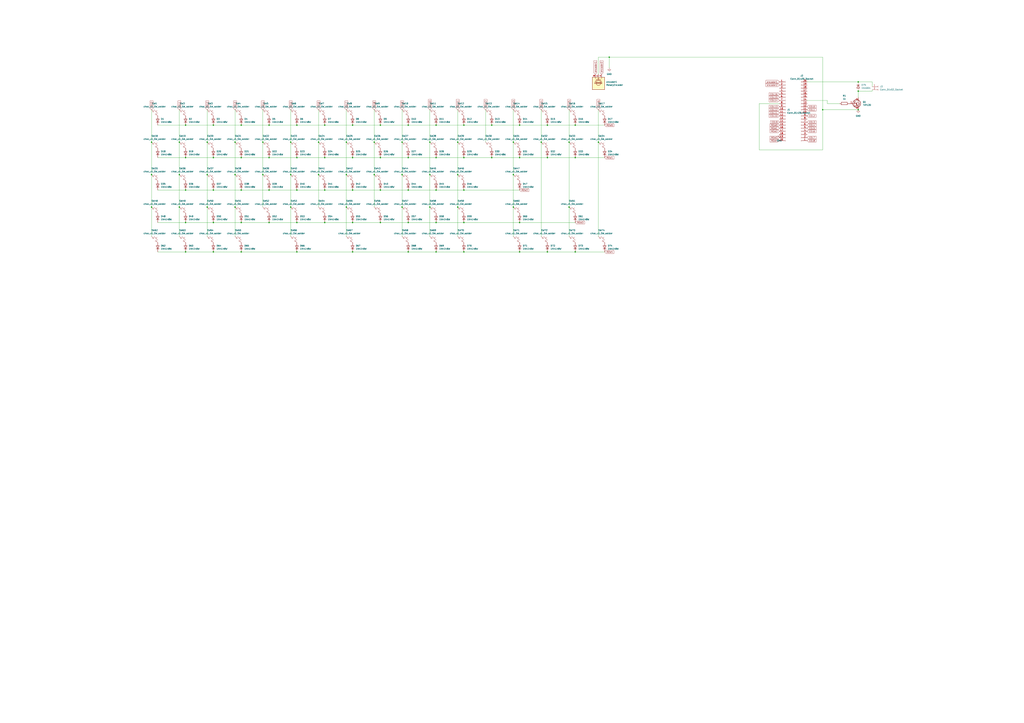
<source format=kicad_sch>
(kicad_sch (version 20231120) (generator "eeschema") (generator_version "8.0")
  (paper "A1")
  (lib_symbols
    (symbol "Connector:Conn_01x02_Socket" (pin_names (offset 1.016) hide)
      (property "Reference" "J" (at 0 2.54 0))
      (property "Value" "Conn_01x02_Socket" (at 0 -5.08 0))
      (symbol "Conn_01x02_Socket_1_1"
        (pin passive line (at -5.08 0 0) (length 3.81) (name "Pin_1") (number "1"))
        (pin passive line (at -5.08 -2.54 0) (length 3.81) (name "Pin_2") (number "2"))
      )
    )
    (symbol "Connector:Conn_01x20_Socket" (pin_names (offset 1.016) hide)
      (property "Reference" "J" (at 0 25.4 0))
      (property "Value" "Conn_01x20_Socket" (at 0 -27.94 0))
      (symbol "Conn_01x20_Socket_1_1"
        (pin passive line (at -5.08 22.86 0) (length 3.81) (name "Pin_1") (number "1"))
        (pin passive line (at -5.08 0 0) (length 3.81) (name "Pin_10") (number "10"))
        (pin passive line (at -5.08 -2.54 0) (length 3.81) (name "Pin_11") (number "11"))
        (pin passive line (at -5.08 -5.08 0) (length 3.81) (name "Pin_12") (number "12"))
        (pin passive line (at -5.08 -7.62 0) (length 3.81) (name "Pin_13") (number "13"))
        (pin passive line (at -5.08 -10.16 0) (length 3.81) (name "Pin_14") (number "14"))
        (pin passive line (at -5.08 -12.7 0) (length 3.81) (name "Pin_15") (number "15"))
        (pin passive line (at -5.08 -15.24 0) (length 3.81) (name "Pin_16") (number "16"))
        (pin passive line (at -5.08 -17.78 0) (length 3.81) (name "Pin_17") (number "17"))
        (pin passive line (at -5.08 -20.32 0) (length 3.81) (name "Pin_18") (number "18"))
        (pin passive line (at -5.08 -22.86 0) (length 3.81) (name "Pin_19") (number "19"))
        (pin passive line (at -5.08 20.32 0) (length 3.81) (name "Pin_2") (number "2"))
        (pin passive line (at -5.08 -25.4 0) (length 3.81) (name "Pin_20") (number "20"))
        (pin passive line (at -5.08 17.78 0) (length 3.81) (name "Pin_3") (number "3"))
        (pin passive line (at -5.08 15.24 0) (length 3.81) (name "Pin_4") (number "4"))
        (pin passive line (at -5.08 12.7 0) (length 3.81) (name "Pin_5") (number "5"))
        (pin passive line (at -5.08 10.16 0) (length 3.81) (name "Pin_6") (number "6"))
        (pin passive line (at -5.08 7.62 0) (length 3.81) (name "Pin_7") (number "7"))
        (pin passive line (at -5.08 5.08 0) (length 3.81) (name "Pin_8") (number "8"))
        (pin passive line (at -5.08 2.54 0) (length 3.81) (name "Pin_9") (number "9"))
      )
    )
    (symbol "Device:R" (pin_numbers hide) (pin_names (offset 0))
      (property "Reference" "R" (at 2.032 0 90))
      (property "Value" "R" (at 0 0 90))
      (symbol "R_1_1"
        (pin passive line (at 0 3.81 270) (length 1.27) (name "~") (number "1"))
        (pin passive line (at 0 -3.81 90) (length 1.27) (name "~") (number "2"))
      )
    )
    (symbol "Device:RotaryEncoder" (pin_names (offset 0.254) hide)
      (property "Reference" "SW" (at 0 6.604 0))
      (property "Value" "RotaryEncoder" (at 0 -6.604 0))
      (symbol "RotaryEncoder_1_1"
        (pin passive line (at -7.62 2.54 0) (length 2.54) (name "A") (number "A"))
        (pin passive line (at -7.62 -2.54 0) (length 2.54) (name "B") (number "B"))
        (pin passive line (at -7.62 0 0) (length 2.54) (name "C") (number "C"))
      )
    )
    (symbol "Diode:1N4004" (pin_numbers hide) (pin_names hide)
      (property "Reference" "D" (at 0 2.54 0))
      (property "Value" "1N4004" (at 0 -2.54 0))
      (symbol "1N4004_1_1"
        (pin passive line (at -3.81 0 0) (length 2.54) (name "K") (number "1"))
        (pin passive line (at 3.81 0 180) (length 2.54) (name "A") (number "2"))
      )
    )
    (symbol "Diode:1N4148W" (pin_numbers hide) (pin_names hide)
      (property "Reference" "D" (at 0 2.54 0))
      (property "Value" "1N4148W" (at 0 -2.54 0))
      (symbol "1N4148W_1_1"
        (pin passive line (at -3.81 0 0) (length 2.54) (name "K") (number "1"))
        (pin passive line (at 3.81 0 180) (length 2.54) (name "A") (number "2"))
      )
    )
    (symbol "PCM_marbastlib-choc:choc_v1_SW_solder" (pin_numbers hide) (pin_names (offset 1.016) hide)
      (property "Reference" "CH" (at 3.048 1.016 0))
      (property "Value" "choc_v1_SW_solder" (at 0 -3.81 0))
      (symbol "choc_v1_SW_solder_0_1"
        (pin passive line (at -2.54 2.54 0) (length 0) (name "1") (number "1"))
        (pin passive line (at 2.54 -2.54 180) (length 0) (name "2") (number "2"))
      )
    )
    (symbol "Transistor_BJT:TIP120" (pin_names (offset 0) hide)
      (property "Reference" "Q" (at 5.08 1.905 0))
      (property "Value" "TIP120" (at 5.08 0 0))
      (symbol "TIP120_1_1"
        (pin input line (at -5.08 0 0) (length 3.81) (name "B") (number "1"))
        (pin passive line (at 2.54 5.08 270) (length 2.667) (name "C") (number "2"))
        (pin passive line (at 2.54 -5.08 90) (length 2.54) (name "E") (number "3"))
      )
    )
    (symbol "power:GND" (power) (pin_numbers hide) (pin_names (offset 0) hide)
      (property "Value" "GND" (at 0 -3.81 0))
      (symbol "GND_1_1"
        (pin power_in line (at 0 0 270) (length 0) (name "~") (number "1"))
      )
    )
  )
  (junction (at 358.14 102.87))
  (junction (at 421.64 170.18))
  (junction (at 381 207.01))
  (junction (at 467.36 116.84))
  (junction (at 220.98 182.88))
  (junction (at 289.56 129.54))
  (junction (at 243.84 102.87))
  (junction (at 266.7 182.88))
  (junction (at 193.04 116.84))
  (junction (at 243.84 182.88))
  (junction (at 152.4 207.01))
  (junction (at 426.72 102.87))
  (junction (at 381 102.87))
  (junction (at 307.34 143.51))
  (junction (at 426.72 207.01))
  (junction (at 500.38 46.99))
  (junction (at 198.12 102.87))
  (junction (at 220.98 129.54))
  (junction (at 467.36 170.18))
  (junction (at 170.18 170.18))
  (junction (at 193.04 170.18))
  (junction (at 152.4 129.54))
  (junction (at 175.26 156.21))
  (junction (at 353.06 170.18))
  (junction (at 124.46 143.51))
  (junction (at 353.06 143.51))
  (junction (at 330.2 143.51))
  (junction (at 243.84 129.54))
  (junction (at 449.58 207.01))
  (junction (at 704.85 67.31))
  (junction (at 449.58 102.87))
  (junction (at 152.4 102.87))
  (junction (at 215.9 116.84))
  (junction (at 335.28 207.01))
  (junction (at 284.48 116.84))
  (junction (at 266.7 129.54))
  (junction (at 353.06 116.84))
  (junction (at 215.9 143.51))
  (junction (at 261.62 116.84))
  (junction (at 312.42 156.21))
  (junction (at 426.72 182.88))
  (junction (at 289.56 182.88))
  (junction (at 147.32 116.84))
  (junction (at 358.14 182.88))
  (junction (at 330.2 170.18))
  (junction (at 375.92 116.84))
  (junction (at 426.72 129.54))
  (junction (at 124.46 116.84))
  (junction (at 704.85 74.93))
  (junction (at 491.49 116.84))
  (junction (at 220.98 102.87))
  (junction (at 421.64 116.84))
  (junction (at 284.48 143.51))
  (junction (at 284.48 170.18))
  (junction (at 403.86 129.54))
  (junction (at 175.26 182.88))
  (junction (at 289.56 102.87))
  (junction (at 381 129.54))
  (junction (at 243.84 207.01))
  (junction (at 403.86 102.87))
  (junction (at 381 182.88))
  (junction (at 335.28 102.87))
  (junction (at 675.64 90.17))
  (junction (at 444.5 116.84))
  (junction (at 175.26 129.54))
  (junction (at 335.28 182.88))
  (junction (at 238.76 143.51))
  (junction (at 335.28 129.54))
  (junction (at 289.56 207.01))
  (junction (at 472.44 102.87))
  (junction (at 152.4 182.88))
  (junction (at 381 156.21))
  (junction (at 358.14 156.21))
  (junction (at 307.34 116.84))
  (junction (at 238.76 116.84))
  (junction (at 421.64 143.51))
  (junction (at 335.28 156.21))
  (junction (at 175.26 207.01))
  (junction (at 375.92 170.18))
  (junction (at 124.46 170.18))
  (junction (at 238.76 170.18))
  (junction (at 266.7 102.87))
  (junction (at 261.62 143.51))
  (junction (at 198.12 207.01))
  (junction (at 449.58 129.54))
  (junction (at 330.2 116.84))
  (junction (at 289.56 156.21))
  (junction (at 198.12 182.88))
  (junction (at 147.32 170.18))
  (junction (at 266.7 156.21))
  (junction (at 147.32 143.51))
  (junction (at 175.26 102.87))
  (junction (at 312.42 182.88))
  (junction (at 358.14 207.01))
  (junction (at 193.04 143.51))
  (junction (at 358.14 129.54))
  (junction (at 220.98 156.21))
  (junction (at 472.44 207.01))
  (junction (at 375.92 143.51))
  (junction (at 198.12 156.21))
  (junction (at 198.12 129.54))
  (junction (at 170.18 116.84))
  (junction (at 472.44 129.54))
  (junction (at 243.84 156.21))
  (junction (at 704.85 90.17))
  (junction (at 152.4 156.21))
  (junction (at 170.18 143.51))
  (junction (at 312.42 102.87))
  (junction (at 312.42 129.54))
  (wire (pts (xy 335.28 182.88) (xy 358.14 182.88)))
  (wire (pts (xy 500.38 46.99) (xy 675.64 46.99)))
  (wire (pts (xy 124.46 143.51) (xy 124.46 170.18)))
  (wire (pts (xy 175.26 182.88) (xy 198.12 182.88)))
  (wire (pts (xy 198.12 182.88) (xy 220.98 182.88)))
  (wire (pts (xy 467.36 170.18) (xy 467.36 194.31)))
  (wire (pts (xy 704.85 67.31) (xy 716.28 67.31)))
  (wire (pts (xy 289.56 129.54) (xy 312.42 129.54)))
  (wire (pts (xy 623.57 85.09) (xy 640.08 85.09)))
  (wire (pts (xy 421.64 116.84) (xy 421.64 143.51)))
  (wire (pts (xy 147.32 170.18) (xy 147.32 194.31)))
  (wire (pts (xy 243.84 182.88) (xy 266.7 182.88)))
  (wire (pts (xy 704.85 90.17) (xy 675.64 90.17)))
  (wire (pts (xy 220.98 129.54) (xy 243.84 129.54)))
  (wire (pts (xy 675.64 123.19) (xy 623.57 123.19)))
  (wire (pts (xy 289.56 182.88) (xy 312.42 182.88)))
  (wire (pts (xy 289.56 156.21) (xy 312.42 156.21)))
  (wire (pts (xy 238.76 143.51) (xy 238.76 170.18)))
  (wire (pts (xy 403.86 129.54) (xy 426.72 129.54)))
  (wire (pts (xy 689.61 85.09) (xy 679.45 85.09)))
  (wire (pts (xy 449.58 102.87) (xy 472.44 102.87)))
  (wire (pts (xy 330.2 143.51) (xy 330.2 170.18)))
  (wire (pts (xy 193.04 116.84) (xy 193.04 143.51)))
  (wire (pts (xy 467.36 90.17) (xy 467.36 116.84)))
  (wire (pts (xy 375.92 143.51) (xy 375.92 170.18)))
  (wire (pts (xy 662.94 67.31) (xy 704.85 67.31)))
  (wire (pts (xy 289.56 102.87) (xy 312.42 102.87)))
  (wire (pts (xy 335.28 129.54) (xy 358.14 129.54)))
  (wire (pts (xy 170.18 90.17) (xy 170.18 116.84)))
  (wire (pts (xy 358.14 207.01) (xy 381 207.01)))
  (wire (pts (xy 147.32 90.17) (xy 147.32 116.84)))
  (wire (pts (xy 152.4 207.01) (xy 175.26 207.01)))
  (wire (pts (xy 261.62 90.17) (xy 261.62 116.84)))
  (wire (pts (xy 170.18 170.18) (xy 170.18 194.31)))
  (wire (pts (xy 220.98 156.21) (xy 243.84 156.21)))
  (wire (pts (xy 129.54 182.88) (xy 152.4 182.88)))
  (wire (pts (xy 381 182.88) (xy 426.72 182.88)))
  (wire (pts (xy 152.4 129.54) (xy 175.26 129.54)))
  (wire (pts (xy 266.7 129.54) (xy 289.56 129.54)))
  (wire (pts (xy 215.9 143.51) (xy 215.9 170.18)))
  (wire (pts (xy 193.04 90.17) (xy 193.04 116.84)))
  (wire (pts (xy 170.18 116.84) (xy 170.18 143.51)))
  (wire (pts (xy 353.06 90.17) (xy 353.06 116.84)))
  (wire (pts (xy 449.58 207.01) (xy 472.44 207.01)))
  (wire (pts (xy 679.45 82.55) (xy 662.94 82.55)))
  (wire (pts (xy 375.92 116.84) (xy 375.92 143.51)))
  (wire (pts (xy 716.28 73.66) (xy 716.28 74.93)))
  (wire (pts (xy 358.14 182.88) (xy 381 182.88)))
  (wire (pts (xy 307.34 143.51) (xy 307.34 170.18)))
  (wire (pts (xy 500.38 46.99) (xy 500.38 55.88)))
  (wire (pts (xy 129.54 207.01) (xy 152.4 207.01)))
  (wire (pts (xy 124.46 90.17) (xy 124.46 116.84)))
  (wire (pts (xy 491.49 116.84) (xy 491.49 194.31)))
  (wire (pts (xy 243.84 207.01) (xy 289.56 207.01)))
  (wire (pts (xy 330.2 90.17) (xy 330.2 116.84)))
  (wire (pts (xy 491.49 60.96) (xy 491.49 46.99)))
  (wire (pts (xy 152.4 102.87) (xy 175.26 102.87)))
  (wire (pts (xy 353.06 170.18) (xy 353.06 194.31)))
  (wire (pts (xy 307.34 90.17) (xy 307.34 116.84)))
  (wire (pts (xy 284.48 143.51) (xy 284.48 170.18)))
  (wire (pts (xy 175.26 102.87) (xy 198.12 102.87)))
  (wire (pts (xy 335.28 207.01) (xy 358.14 207.01)))
  (wire (pts (xy 312.42 102.87) (xy 335.28 102.87)))
  (wire (pts (xy 215.9 116.84) (xy 215.9 143.51)))
  (wire (pts (xy 152.4 182.88) (xy 175.26 182.88)))
  (wire (pts (xy 623.57 123.19) (xy 623.57 85.09)))
  (wire (pts (xy 284.48 116.84) (xy 284.48 143.51)))
  (wire (pts (xy 284.48 170.18) (xy 284.48 194.31)))
  (wire (pts (xy 284.48 90.17) (xy 284.48 116.84)))
  (wire (pts (xy 124.46 170.18) (xy 124.46 194.31)))
  (wire (pts (xy 358.14 156.21) (xy 381 156.21)))
  (wire (pts (xy 421.64 143.51) (xy 421.64 170.18)))
  (wire (pts (xy 175.26 129.54) (xy 198.12 129.54)))
  (wire (pts (xy 381 102.87) (xy 403.86 102.87)))
  (wire (pts (xy 375.92 170.18) (xy 375.92 194.31)))
  (wire (pts (xy 266.7 156.21) (xy 289.56 156.21)))
  (wire (pts (xy 398.78 90.17) (xy 398.78 116.84)))
  (wire (pts (xy 375.92 90.17) (xy 375.92 116.84)))
  (wire (pts (xy 198.12 156.21) (xy 220.98 156.21)))
  (wire (pts (xy 330.2 170.18) (xy 330.2 194.31)))
  (wire (pts (xy 403.86 102.87) (xy 426.72 102.87)))
  (wire (pts (xy 243.84 102.87) (xy 266.7 102.87)))
  (wire (pts (xy 472.44 207.01) (xy 496.57 207.01)))
  (wire (pts (xy 261.62 143.51) (xy 261.62 170.18)))
  (wire (pts (xy 266.7 102.87) (xy 289.56 102.87)))
  (wire (pts (xy 421.64 170.18) (xy 421.64 194.31)))
  (wire (pts (xy 238.76 170.18) (xy 238.76 194.31)))
  (wire (pts (xy 426.72 129.54) (xy 449.58 129.54)))
  (wire (pts (xy 491.49 46.99) (xy 500.38 46.99)))
  (wire (pts (xy 426.72 207.01) (xy 449.58 207.01)))
  (wire (pts (xy 193.04 143.51) (xy 193.04 170.18)))
  (wire (pts (xy 444.5 90.17) (xy 444.5 116.84)))
  (wire (pts (xy 198.12 129.54) (xy 220.98 129.54)))
  (wire (pts (xy 675.64 90.17) (xy 675.64 123.19)))
  (wire (pts (xy 335.28 156.21) (xy 358.14 156.21)))
  (wire (pts (xy 358.14 102.87) (xy 381 102.87)))
  (wire (pts (xy 129.54 156.21) (xy 152.4 156.21)))
  (wire (pts (xy 147.32 116.84) (xy 147.32 143.51)))
  (wire (pts (xy 266.7 182.88) (xy 289.56 182.88)))
  (wire (pts (xy 330.2 116.84) (xy 330.2 143.51)))
  (wire (pts (xy 175.26 156.21) (xy 198.12 156.21)))
  (wire (pts (xy 472.44 102.87) (xy 496.57 102.87)))
  (wire (pts (xy 238.76 116.84) (xy 238.76 143.51)))
  (wire (pts (xy 358.14 129.54) (xy 381 129.54)))
  (wire (pts (xy 353.06 143.51) (xy 353.06 170.18)))
  (wire (pts (xy 716.28 67.31) (xy 716.28 71.12)))
  (wire (pts (xy 220.98 102.87) (xy 243.84 102.87)))
  (wire (pts (xy 381 129.54) (xy 403.86 129.54)))
  (wire (pts (xy 129.54 129.54) (xy 152.4 129.54)))
  (wire (pts (xy 129.54 102.87) (xy 152.4 102.87)))
  (wire (pts (xy 472.44 129.54) (xy 496.57 129.54)))
  (wire (pts (xy 243.84 156.21) (xy 266.7 156.21)))
  (wire (pts (xy 353.06 116.84) (xy 353.06 143.51)))
  (wire (pts (xy 198.12 207.01) (xy 243.84 207.01)))
  (wire (pts (xy 193.04 170.18) (xy 193.04 194.31)))
  (wire (pts (xy 198.12 102.87) (xy 220.98 102.87)))
  (wire (pts (xy 704.85 74.93) (xy 716.28 74.93)))
  (wire (pts (xy 152.4 156.21) (xy 175.26 156.21)))
  (wire (pts (xy 679.45 85.09) (xy 679.45 82.55)))
  (wire (pts (xy 238.76 90.17) (xy 238.76 116.84)))
  (wire (pts (xy 675.64 46.99) (xy 675.64 90.17)))
  (wire (pts (xy 704.85 74.93) (xy 704.85 80.01)))
  (wire (pts (xy 426.72 102.87) (xy 449.58 102.87)))
  (wire (pts (xy 215.9 90.17) (xy 215.9 116.84)))
  (wire (pts (xy 175.26 207.01) (xy 198.12 207.01)))
  (wire (pts (xy 421.64 90.17) (xy 421.64 116.84)))
  (wire (pts (xy 467.36 116.84) (xy 467.36 170.18)))
  (wire (pts (xy 444.5 116.84) (xy 444.5 194.31)))
  (wire (pts (xy 307.34 116.84) (xy 307.34 143.51)))
  (wire (pts (xy 170.18 143.51) (xy 170.18 170.18)))
  (wire (pts (xy 124.46 116.84) (xy 124.46 143.51)))
  (wire (pts (xy 289.56 207.01) (xy 335.28 207.01)))
  (wire (pts (xy 312.42 156.21) (xy 335.28 156.21)))
  (wire (pts (xy 261.62 116.84) (xy 261.62 143.51)))
  (wire (pts (xy 147.32 143.51) (xy 147.32 170.18)))
  (wire (pts (xy 491.49 90.17) (xy 491.49 116.84)))
  (wire (pts (xy 220.98 182.88) (xy 243.84 182.88)))
  (wire (pts (xy 312.42 129.54) (xy 335.28 129.54)))
  (wire (pts (xy 381 207.01) (xy 426.72 207.01)))
  (wire (pts (xy 449.58 129.54) (xy 472.44 129.54)))
  (wire (pts (xy 381 156.21) (xy 426.72 156.21)))
  (wire (pts (xy 243.84 129.54) (xy 266.7 129.54)))
  (wire (pts (xy 426.72 182.88) (xy 472.44 182.88)))
  (wire (pts (xy 312.42 182.88) (xy 335.28 182.88)))
  (wire (pts (xy 335.28 102.87) (xy 358.14 102.87)))
  (global_label "COL1" (shape input) (at 662.94 90.17 0) (property "Intersheetrefs" "${INTERSHEET_REFS}" (effects (hide yes))))
  (global_label "COL15" (shape input) (at 640.08 80.01 180) (property "Intersheetrefs" "${INTERSHEET_REFS}" (effects (hide yes))))
  (global_label "COL7" (shape input) (at 284.48 90.17 90) (property "Intersheetrefs" "${INTERSHEET_REFS}" (effects (hide yes))))
  (global_label "COL4" (shape input) (at 215.9 90.17 90) (property "Intersheetrefs" "${INTERSHEET_REFS}" (effects (hide yes))))
  (global_label "COL10" (shape input) (at 353.06 90.17 90) (property "Intersheetrefs" "${INTERSHEET_REFS}" (effects (hide yes))))
  (global_label "ROW2" (shape input) (at 640.08 107.95 180) (property "Intersheetrefs" "${INTERSHEET_REFS}" (effects (hide yes))))
  (global_label "COL2" (shape input) (at 662.94 95.25 0) (property "Intersheetrefs" "${INTERSHEET_REFS}" (effects (hide yes))))
  (global_label "COL11" (shape input) (at 640.08 92.71 180) (property "Intersheetrefs" "${INTERSHEET_REFS}" (effects (hide yes))))
  (global_label "ROW0" (shape input) (at 640.08 102.87 180) (property "Intersheetrefs" "${INTERSHEET_REFS}" (effects (hide yes))))
  (global_label "COL16" (shape input) (at 640.08 77.47 180) (property "Intersheetrefs" "${INTERSHEET_REFS}" (effects (hide yes))))
  (global_label "COL13" (shape input) (at 640.08 87.63 180) (property "Intersheetrefs" "${INTERSHEET_REFS}" (effects (hide yes))))
  (global_label "COL14" (shape input) (at 640.08 82.55 180) (property "Intersheetrefs" "${INTERSHEET_REFS}" (effects (hide yes))))
  (global_label "COL1" (shape input) (at 147.32 90.17 90) (property "Intersheetrefs" "${INTERSHEET_REFS}" (effects (hide yes))))
  (global_label "COL12" (shape input) (at 398.78 90.17 90) (property "Intersheetrefs" "${INTERSHEET_REFS}" (effects (hide yes))))
  (global_label "encoder2" (shape input) (at 640.08 69.85 180) (property "Intersheetrefs" "${INTERSHEET_REFS}" (effects (hide yes))))
  (global_label "COL13" (shape input) (at 421.64 90.17 90) (property "Intersheetrefs" "${INTERSHEET_REFS}" (effects (hide yes))))
  (global_label "encoder2" (shape input) (at 494.03 60.96 90) (property "Intersheetrefs" "${INTERSHEET_REFS}" (effects (hide yes))))
  (global_label "COL14" (shape input) (at 444.5 90.17 90) (property "Intersheetrefs" "${INTERSHEET_REFS}" (effects (hide yes))))
  (global_label "COL8" (shape input) (at 307.34 90.17 90) (property "Intersheetrefs" "${INTERSHEET_REFS}" (effects (hide yes))))
  (global_label "COL3" (shape input) (at 193.04 90.17 90) (property "Intersheetrefs" "${INTERSHEET_REFS}" (effects (hide yes))))
  (global_label "ROW4" (shape input) (at 496.57 207.01 0) (property "Intersheetrefs" "${INTERSHEET_REFS}" (effects (hide yes))))
  (global_label "ROW3" (shape input) (at 472.44 182.88 0) (property "Intersheetrefs" "${INTERSHEET_REFS}" (effects (hide yes))))
  (global_label "COL0" (shape input) (at 124.46 90.17 90) (property "Intersheetrefs" "${INTERSHEET_REFS}" (effects (hide yes))))
  (global_label "COL11" (shape input) (at 375.92 90.17 90) (property "Intersheetrefs" "${INTERSHEET_REFS}" (effects (hide yes))))
  (global_label "COL16" (shape input) (at 491.49 90.17 90) (property "Intersheetrefs" "${INTERSHEET_REFS}" (effects (hide yes))))
  (global_label "encoder1" (shape input) (at 488.95 60.96 90) (property "Intersheetrefs" "${INTERSHEET_REFS}" (effects (hide yes))))
  (global_label "COL6" (shape input) (at 261.62 90.17 90) (property "Intersheetrefs" "${INTERSHEET_REFS}" (effects (hide yes))))
  (global_label "ROW3" (shape input) (at 640.08 113.03 180) (property "Intersheetrefs" "${INTERSHEET_REFS}" (effects (hide yes))))
  (global_label "ROW1" (shape input) (at 640.08 105.41 180) (property "Intersheetrefs" "${INTERSHEET_REFS}" (effects (hide yes))))
  (global_label "COL12" (shape input) (at 640.08 90.17 180) (property "Intersheetrefs" "${INTERSHEET_REFS}" (effects (hide yes))))
  (global_label "COL4" (shape input) (at 662.94 102.87 0) (property "Intersheetrefs" "${INTERSHEET_REFS}" (effects (hide yes))))
  (global_label "ROW1" (shape input) (at 496.57 129.54 0) (property "Intersheetrefs" "${INTERSHEET_REFS}" (effects (hide yes))))
  (global_label "COL10" (shape input) (at 640.08 95.25 180) (property "Intersheetrefs" "${INTERSHEET_REFS}" (effects (hide yes))))
  (global_label "COL7" (shape input) (at 662.94 113.03 0) (property "Intersheetrefs" "${INTERSHEET_REFS}" (effects (hide yes))))
  (global_label "COL9" (shape input) (at 330.2 90.17 90) (property "Intersheetrefs" "${INTERSHEET_REFS}" (effects (hide yes))))
  (global_label "encoder1" (shape input) (at 640.08 67.31 180) (property "Intersheetrefs" "${INTERSHEET_REFS}" (effects (hide yes))))
  (global_label "COL6" (shape input) (at 662.94 107.95 0) (property "Intersheetrefs" "${INTERSHEET_REFS}" (effects (hide yes))))
  (global_label "COL0" (shape input) (at 662.94 87.63 0) (property "Intersheetrefs" "${INTERSHEET_REFS}" (effects (hide yes))))
  (global_label "COL9" (shape input) (at 640.08 100.33 180) (property "Intersheetrefs" "${INTERSHEET_REFS}" (effects (hide yes))))
  (global_label "COL3" (shape input) (at 662.94 100.33 0) (property "Intersheetrefs" "${INTERSHEET_REFS}" (effects (hide yes))))
  (global_label "COL5" (shape input) (at 662.94 105.41 0) (property "Intersheetrefs" "${INTERSHEET_REFS}" (effects (hide yes))))
  (global_label "ROW4" (shape input) (at 640.08 115.57 180) (property "Intersheetrefs" "${INTERSHEET_REFS}" (effects (hide yes))))
  (global_label "COL5" (shape input) (at 238.76 90.17 90) (property "Intersheetrefs" "${INTERSHEET_REFS}" (effects (hide yes))))
  (global_label "COL2" (shape input) (at 170.18 90.17 90) (property "Intersheetrefs" "${INTERSHEET_REFS}" (effects (hide yes))))
  (global_label "ROW0" (shape input) (at 496.57 102.87 0) (property "Intersheetrefs" "${INTERSHEET_REFS}" (effects (hide yes))))
  (global_label "ROW2" (shape input) (at 426.72 156.21 0) (property "Intersheetrefs" "${INTERSHEET_REFS}" (effects (hide yes))))
  (global_label "COL15" (shape input) (at 467.36 90.17 90) (property "Intersheetrefs" "${INTERSHEET_REFS}" (effects (hide yes))))
  (global_label "COL8" (shape input) (at 662.94 115.57 0) (property "Intersheetrefs" "${INTERSHEET_REFS}" (effects (hide yes))))
  (symbol (lib_id "Connector:Conn_01x20_Socket") (at 657.86 92.71 180) (unit 1)
    (property "Reference" "J2" (at 658.495 62.23 0))
    (property "Value" "Conn_01x20_Socket" (at 658.495 64.77 0))
    (property "Footprint" "Connector_PinSocket_2.54mm:PinSocket_1x20_P2.54mm_Vertical" (effects (hide yes)))
    (property "Description" "Generic connector, single row, 01x20, script generated" (effects (hide yes)))
  )
  (symbol (lib_id "Diode:1N4148W") (at 496.57 99.06 90) (unit 1)
    (property "Reference" "D17" (at 499.11 97.7899 90) (effects (justify right)))
    (property "Value" "1N4148W" (at 499.11 100.3299 90) (effects (justify right)))
    (property "Footprint" "Diode_SMD:D_SOD-123" (effects (hide yes)))
    (property "Datasheet" "https://www.vishay.com/docs/85748/1n4148w.pdf" (effects (hide yes)))
    (property "Description" "75V 0.15A Fast Switching Diode, SOD-123" (effects (hide yes)))
    (property "Sim.Device" "D" (effects (hide yes)))
    (property "Sim.Pins" "1=K 2=A" (effects (hide yes)))
  )
  (symbol (lib_id "Diode:1N4148W") (at 449.58 99.06 90) (unit 1)
    (property "Reference" "D15" (at 452.12 97.7899 90) (effects (justify right)))
    (property "Value" "1N4148W" (at 452.12 100.3299 90) (effects (justify right)))
    (property "Footprint" "Diode_SMD:D_SOD-123" (effects (hide yes)))
    (property "Datasheet" "https://www.vishay.com/docs/85748/1n4148w.pdf" (effects (hide yes)))
    (property "Description" "75V 0.15A Fast Switching Diode, SOD-123" (effects (hide yes)))
    (property "Sim.Device" "D" (effects (hide yes)))
    (property "Sim.Pins" "1=K 2=A" (effects (hide yes)))
  )
  (symbol (lib_id "Diode:1N4148W") (at 243.84 203.2 90) (unit 1)
    (property "Reference" "D66" (at 246.38 201.9299 90) (effects (justify right)))
    (property "Value" "1N4148W" (at 246.38 204.4699 90) (effects (justify right)))
    (property "Footprint" "Diode_SMD:D_SOD-123" (effects (hide yes)))
    (property "Datasheet" "https://www.vishay.com/docs/85748/1n4148w.pdf" (effects (hide yes)))
    (property "Description" "75V 0.15A Fast Switching Diode, SOD-123" (effects (hide yes)))
    (property "Sim.Device" "D" (effects (hide yes)))
    (property "Sim.Pins" "1=K 2=A" (effects (hide yes)))
  )
  (symbol (lib_id "PCM_marbastlib-choc:choc_v1_SW_solder") (at 149.86 146.05 0) (unit 1)
    (property "Reference" "SW36" (at 149.86 138.43 0))
    (property "Value" "choc_v1_SW_solder" (at 149.86 140.97 0))
    (property "Footprint" "PCM_marbastlib-choc:SW_choc_v1_1u" (effects (hide yes)))
    (property "Description" "Push button switch, normally open, two pins, 45° tilted" (effects (hide yes)))
  )
  (symbol (lib_id "Diode:1N4148W") (at 358.14 99.06 90) (unit 1)
    (property "Reference" "D11" (at 360.68 97.7899 90) (effects (justify right)))
    (property "Value" "1N4148W" (at 360.68 100.3299 90) (effects (justify right)))
    (property "Footprint" "Diode_SMD:D_SOD-123" (effects (hide yes)))
    (property "Datasheet" "https://www.vishay.com/docs/85748/1n4148w.pdf" (effects (hide yes)))
    (property "Description" "75V 0.15A Fast Switching Diode, SOD-123" (effects (hide yes)))
    (property "Sim.Device" "D" (effects (hide yes)))
    (property "Sim.Pins" "1=K 2=A" (effects (hide yes)))
  )
  (symbol (lib_id "PCM_marbastlib-choc:choc_v1_SW_solder") (at 447.04 92.71 0) (unit 1)
    (property "Reference" "SW15" (at 447.04 85.09 0))
    (property "Value" "choc_v1_SW_solder" (at 447.04 87.63 0))
    (property "Footprint" "PCM_marbastlib-choc:SW_choc_v1_1u" (effects (hide yes)))
    (property "Description" "Push button switch, normally open, two pins, 45° tilted" (effects (hide yes)))
  )
  (symbol (lib_id "Diode:1N4148W") (at 312.42 125.73 90) (unit 1)
    (property "Reference" "D26" (at 314.96 124.4599 90) (effects (justify right)))
    (property "Value" "1N4148W" (at 314.96 126.9999 90) (effects (justify right)))
    (property "Footprint" "Diode_SMD:D_SOD-123" (effects (hide yes)))
    (property "Datasheet" "https://www.vishay.com/docs/85748/1n4148w.pdf" (effects (hide yes)))
    (property "Description" "75V 0.15A Fast Switching Diode, SOD-123" (effects (hide yes)))
    (property "Sim.Device" "D" (effects (hide yes)))
    (property "Sim.Pins" "1=K 2=A" (effects (hide yes)))
  )
  (symbol (lib_id "PCM_marbastlib-choc:choc_v1_SW_solder") (at 172.72 92.71 0) (unit 1)
    (property "Reference" "SW3" (at 172.72 85.09 0))
    (property "Value" "choc_v1_SW_solder" (at 172.72 87.63 0))
    (property "Footprint" "PCM_marbastlib-choc:SW_choc_v1_1u" (effects (hide yes)))
    (property "Description" "Push button switch, normally open, two pins, 45° tilted" (effects (hide yes)))
  )
  (symbol (lib_id "Device:RotaryEncoder") (at 491.49 68.58 270) (unit 1)
    (property "Reference" "encoder1" (at 497.84 67.3099 90) (effects (justify left)))
    (property "Value" "RotaryEncoder" (at 497.84 69.8499 90) (effects (justify left)))
    (property "Footprint" "Rotary_Encoder:RotaryEncoder_Alps_EC12E_Vertical_H20mm" (effects (hide yes)))
    (property "Description" "Rotary encoder, dual channel, incremental quadrate outputs" (effects (hide yes)))
  )
  (symbol (lib_id "Diode:1N4148W") (at 152.4 203.2 90) (unit 1)
    (property "Reference" "D63" (at 154.94 201.9299 90) (effects (justify right)))
    (property "Value" "1N4148W" (at 154.94 204.4699 90) (effects (justify right)))
    (property "Footprint" "Diode_SMD:D_SOD-123" (effects (hide yes)))
    (property "Datasheet" "https://www.vishay.com/docs/85748/1n4148w.pdf" (effects (hide yes)))
    (property "Description" "75V 0.15A Fast Switching Diode, SOD-123" (effects (hide yes)))
    (property "Sim.Device" "D" (effects (hide yes)))
    (property "Sim.Pins" "1=K 2=A" (effects (hide yes)))
  )
  (symbol (lib_id "PCM_marbastlib-choc:choc_v1_SW_solder") (at 469.9 92.71 0) (unit 1)
    (property "Reference" "SW16" (at 469.9 85.09 0))
    (property "Value" "choc_v1_SW_solder" (at 469.9 87.63 0))
    (property "Footprint" "PCM_marbastlib-choc:SW_choc_v1_1u" (effects (hide yes)))
    (property "Description" "Push button switch, normally open, two pins, 45° tilted" (effects (hide yes)))
  )
  (symbol (lib_id "Diode:1N4148W") (at 312.42 99.06 90) (unit 1)
    (property "Reference" "D9" (at 314.96 97.7899 90) (effects (justify right)))
    (property "Value" "1N4148W" (at 314.96 100.3299 90) (effects (justify right)))
    (property "Footprint" "Diode_SMD:D_SOD-123" (effects (hide yes)))
    (property "Datasheet" "https://www.vishay.com/docs/85748/1n4148w.pdf" (effects (hide yes)))
    (property "Description" "75V 0.15A Fast Switching Diode, SOD-123" (effects (hide yes)))
    (property "Sim.Device" "D" (effects (hide yes)))
    (property "Sim.Pins" "1=K 2=A" (effects (hide yes)))
  )
  (symbol (lib_id "PCM_marbastlib-choc:choc_v1_SW_solder") (at 424.18 146.05 0) (unit 1)
    (property "Reference" "SW47" (at 424.18 138.43 0))
    (property "Value" "choc_v1_SW_solder" (at 424.18 140.97 0))
    (property "Footprint" "PCM_marbastlib-choc:SW_choc_v1_1u" (effects (hide yes)))
    (property "Description" "Push button switch, normally open, two pins, 45° tilted" (effects (hide yes)))
  )
  (symbol (lib_id "PCM_marbastlib-choc:choc_v1_SW_solder") (at 127 146.05 0) (unit 1)
    (property "Reference" "SW35" (at 127 138.43 0))
    (property "Value" "choc_v1_SW_solder" (at 127 140.97 0))
    (property "Footprint" "PCM_marbastlib-choc:SW_choc_v1_1u" (effects (hide yes)))
    (property "Description" "Push button switch, normally open, two pins, 45° tilted" (effects (hide yes)))
  )
  (symbol (lib_id "Diode:1N4148W") (at 289.56 125.73 90) (unit 1)
    (property "Reference" "D25" (at 292.1 124.4599 90) (effects (justify right)))
    (property "Value" "1N4148W" (at 292.1 126.9999 90) (effects (justify right)))
    (property "Footprint" "Diode_SMD:D_SOD-123" (effects (hide yes)))
    (property "Datasheet" "https://www.vishay.com/docs/85748/1n4148w.pdf" (effects (hide yes)))
    (property "Description" "75V 0.15A Fast Switching Diode, SOD-123" (effects (hide yes)))
    (property "Sim.Device" "D" (effects (hide yes)))
    (property "Sim.Pins" "1=K 2=A" (effects (hide yes)))
  )
  (symbol (lib_id "Diode:1N4148W") (at 312.42 179.07 90) (unit 1)
    (property "Reference" "D56" (at 314.96 177.7999 90) (effects (justify right)))
    (property "Value" "1N4148W" (at 314.96 180.3399 90) (effects (justify right)))
    (property "Footprint" "Diode_SMD:D_SOD-123" (effects (hide yes)))
    (property "Datasheet" "https://www.vishay.com/docs/85748/1n4148w.pdf" (effects (hide yes)))
    (property "Description" "75V 0.15A Fast Switching Diode, SOD-123" (effects (hide yes)))
    (property "Sim.Device" "D" (effects (hide yes)))
    (property "Sim.Pins" "1=K 2=A" (effects (hide yes)))
  )
  (symbol (lib_id "Diode:1N4148W") (at 335.28 99.06 90) (unit 1)
    (property "Reference" "D10" (at 337.82 97.7899 90) (effects (justify right)))
    (property "Value" "1N4148W" (at 337.82 100.3299 90) (effects (justify right)))
    (property "Footprint" "Diode_SMD:D_SOD-123" (effects (hide yes)))
    (property "Datasheet" "https://www.vishay.com/docs/85748/1n4148w.pdf" (effects (hide yes)))
    (property "Description" "75V 0.15A Fast Switching Diode, SOD-123" (effects (hide yes)))
    (property "Sim.Device" "D" (effects (hide yes)))
    (property "Sim.Pins" "1=K 2=A" (effects (hide yes)))
  )
  (symbol (lib_id "Diode:1N4148W") (at 198.12 203.2 90) (unit 1)
    (property "Reference" "D65" (at 200.66 201.9299 90) (effects (justify right)))
    (property "Value" "1N4148W" (at 200.66 204.4699 90) (effects (justify right)))
    (property "Footprint" "Diode_SMD:D_SOD-123" (effects (hide yes)))
    (property "Datasheet" "https://www.vishay.com/docs/85748/1n4148w.pdf" (effects (hide yes)))
    (property "Description" "75V 0.15A Fast Switching Diode, SOD-123" (effects (hide yes)))
    (property "Sim.Device" "D" (effects (hide yes)))
    (property "Sim.Pins" "1=K 2=A" (effects (hide yes)))
  )
  (symbol (lib_id "Diode:1N4148W") (at 358.14 125.73 90) (unit 1)
    (property "Reference" "D28" (at 360.68 124.4599 90) (effects (justify right)))
    (property "Value" "1N4148W" (at 360.68 126.9999 90) (effects (justify right)))
    (property "Footprint" "Diode_SMD:D_SOD-123" (effects (hide yes)))
    (property "Datasheet" "https://www.vishay.com/docs/85748/1n4148w.pdf" (effects (hide yes)))
    (property "Description" "75V 0.15A Fast Switching Diode, SOD-123" (effects (hide yes)))
    (property "Sim.Device" "D" (effects (hide yes)))
    (property "Sim.Pins" "1=K 2=A" (effects (hide yes)))
  )
  (symbol (lib_id "PCM_marbastlib-choc:choc_v1_SW_solder") (at 309.88 146.05 0) (unit 1)
    (property "Reference" "SW43" (at 309.88 138.43 0))
    (property "Value" "choc_v1_SW_solder" (at 309.88 140.97 0))
    (property "Footprint" "PCM_marbastlib-choc:SW_choc_v1_1u" (effects (hide yes)))
    (property "Description" "Push button switch, normally open, two pins, 45° tilted" (effects (hide yes)))
  )
  (symbol (lib_id "Diode:1N4148W") (at 403.86 99.06 90) (unit 1)
    (property "Reference" "D13" (at 406.4 97.7899 90) (effects (justify right)))
    (property "Value" "1N4148W" (at 406.4 100.3299 90) (effects (justify right)))
    (property "Footprint" "Diode_SMD:D_SOD-123" (effects (hide yes)))
    (property "Datasheet" "https://www.vishay.com/docs/85748/1n4148w.pdf" (effects (hide yes)))
    (property "Description" "75V 0.15A Fast Switching Diode, SOD-123" (effects (hide yes)))
    (property "Sim.Device" "D" (effects (hide yes)))
    (property "Sim.Pins" "1=K 2=A" (effects (hide yes)))
  )
  (symbol (lib_id "Diode:1N4148W") (at 175.26 203.2 90) (unit 1)
    (property "Reference" "D64" (at 177.8 201.9299 90) (effects (justify right)))
    (property "Value" "1N4148W" (at 177.8 204.4699 90) (effects (justify right)))
    (property "Footprint" "Diode_SMD:D_SOD-123" (effects (hide yes)))
    (property "Datasheet" "https://www.vishay.com/docs/85748/1n4148w.pdf" (effects (hide yes)))
    (property "Description" "75V 0.15A Fast Switching Diode, SOD-123" (effects (hide yes)))
    (property "Sim.Device" "D" (effects (hide yes)))
    (property "Sim.Pins" "1=K 2=A" (effects (hide yes)))
  )
  (symbol (lib_id "PCM_marbastlib-choc:choc_v1_SW_solder") (at 218.44 119.38 0) (unit 1)
    (property "Reference" "SW22" (at 218.44 111.76 0))
    (property "Value" "choc_v1_SW_solder" (at 218.44 114.3 0))
    (property "Footprint" "PCM_marbastlib-choc:SW_choc_v1_1u" (effects (hide yes)))
    (property "Description" "Push button switch, normally open, two pins, 45° tilted" (effects (hide yes)))
  )
  (symbol (lib_id "PCM_marbastlib-choc:choc_v1_SW_solder") (at 355.6 92.71 0) (unit 1)
    (property "Reference" "SW11" (at 355.6 85.09 0))
    (property "Value" "choc_v1_SW_solder" (at 355.6 87.63 0))
    (property "Footprint" "PCM_marbastlib-choc:SW_choc_v1_1u" (effects (hide yes)))
    (property "Description" "Push button switch, normally open, two pins, 45° tilted" (effects (hide yes)))
  )
  (symbol (lib_id "Diode:1N4148W") (at 266.7 179.07 90) (unit 1)
    (property "Reference" "D54" (at 269.24 177.7999 90) (effects (justify right)))
    (property "Value" "1N4148W" (at 269.24 180.3399 90) (effects (justify right)))
    (property "Footprint" "Diode_SMD:D_SOD-123" (effects (hide yes)))
    (property "Datasheet" "https://www.vishay.com/docs/85748/1n4148w.pdf" (effects (hide yes)))
    (property "Description" "75V 0.15A Fast Switching Diode, SOD-123" (effects (hide yes)))
    (property "Sim.Device" "D" (effects (hide yes)))
    (property "Sim.Pins" "1=K 2=A" (effects (hide yes)))
  )
  (symbol (lib_id "PCM_marbastlib-choc:choc_v1_SW_solder") (at 172.72 172.72 0) (unit 1)
    (property "Reference" "SW50" (at 172.72 165.1 0))
    (property "Value" "choc_v1_SW_solder" (at 172.72 167.64 0))
    (property "Footprint" "PCM_marbastlib-choc:SW_choc_v1_1u" (effects (hide yes)))
    (property "Description" "Push button switch, normally open, two pins, 45° tilted" (effects (hide yes)))
  )
  (symbol (lib_id "PCM_marbastlib-choc:choc_v1_SW_solder") (at 149.86 196.85 0) (unit 1)
    (property "Reference" "SW63" (at 149.86 189.23 0))
    (property "Value" "choc_v1_SW_solder" (at 149.86 191.77 0))
    (property "Footprint" "PCM_marbastlib-choc:SW_choc_v1_1u" (effects (hide yes)))
    (property "Description" "Push button switch, normally open, two pins, 45° tilted" (effects (hide yes)))
  )
  (symbol (lib_id "PCM_marbastlib-choc:choc_v1_SW_solder") (at 355.6 146.05 0) (unit 1)
    (property "Reference" "SW45" (at 355.6 138.43 0))
    (property "Value" "choc_v1_SW_solder" (at 355.6 140.97 0))
    (property "Footprint" "PCM_marbastlib-choc:SW_choc_v1_1u" (effects (hide yes)))
    (property "Description" "Push button switch, normally open, two pins, 45° tilted" (effects (hide yes)))
  )
  (symbol (lib_id "PCM_marbastlib-choc:choc_v1_SW_solder") (at 241.3 119.38 0) (unit 1)
    (property "Reference" "SW23" (at 241.3 111.76 0))
    (property "Value" "choc_v1_SW_solder" (at 241.3 114.3 0))
    (property "Footprint" "PCM_marbastlib-choc:SW_choc_v1_1u" (effects (hide yes)))
    (property "Description" "Push button switch, normally open, two pins, 45° tilted" (effects (hide yes)))
  )
  (symbol (lib_id "Diode:1N4148W") (at 152.4 125.73 90) (unit 1)
    (property "Reference" "D19" (at 154.94 124.4599 90) (effects (justify right)))
    (property "Value" "1N4148W" (at 154.94 126.9999 90) (effects (justify right)))
    (property "Footprint" "Diode_SMD:D_SOD-123" (effects (hide yes)))
    (property "Datasheet" "https://www.vishay.com/docs/85748/1n4148w.pdf" (effects (hide yes)))
    (property "Description" "75V 0.15A Fast Switching Diode, SOD-123" (effects (hide yes)))
    (property "Sim.Device" "D" (effects (hide yes)))
    (property "Sim.Pins" "1=K 2=A" (effects (hide yes)))
  )
  (symbol (lib_id "PCM_marbastlib-choc:choc_v1_SW_solder") (at 469.9 119.38 0) (unit 1)
    (property "Reference" "SW33" (at 469.9 111.76 0))
    (property "Value" "choc_v1_SW_solder" (at 469.9 114.3 0))
    (property "Footprint" "PCM_marbastlib-choc:SW_choc_v1_1u" (effects (hide yes)))
    (property "Description" "Push button switch, normally open, two pins, 45° tilted" (effects (hide yes)))
  )
  (symbol (lib_id "PCM_marbastlib-choc:choc_v1_SW_solder") (at 424.18 92.71 0) (unit 1)
    (property "Reference" "SW14" (at 424.18 85.09 0))
    (property "Value" "choc_v1_SW_solder" (at 424.18 87.63 0))
    (property "Footprint" "PCM_marbastlib-choc:SW_choc_v1_1u" (effects (hide yes)))
    (property "Description" "Push button switch, normally open, two pins, 45° tilted" (effects (hide yes)))
  )
  (symbol (lib_id "Diode:1N4148W") (at 152.4 99.06 90) (unit 1)
    (property "Reference" "D2" (at 154.94 97.7899 90) (effects (justify right)))
    (property "Value" "1N4148W" (at 154.94 100.3299 90) (effects (justify right)))
    (property "Footprint" "Diode_SMD:D_SOD-123" (effects (hide yes)))
    (property "Datasheet" "https://www.vishay.com/docs/85748/1n4148w.pdf" (effects (hide yes)))
    (property "Description" "75V 0.15A Fast Switching Diode, SOD-123" (effects (hide yes)))
    (property "Sim.Device" "D" (effects (hide yes)))
    (property "Sim.Pins" "1=K 2=A" (effects (hide yes)))
  )
  (symbol (lib_id "PCM_marbastlib-choc:choc_v1_SW_solder") (at 494.03 119.38 0) (unit 1)
    (property "Reference" "SW34" (at 494.03 111.76 0))
    (property "Value" "choc_v1_SW_solder" (at 494.03 114.3 0))
    (property "Footprint" "PCM_marbastlib-choc:SW_choc_v1_1u" (effects (hide yes)))
    (property "Description" "Push button switch, normally open, two pins, 45° tilted" (effects (hide yes)))
  )
  (symbol (lib_id "Diode:1N4148W") (at 175.26 125.73 90) (unit 1)
    (property "Reference" "D20" (at 177.8 124.4599 90) (effects (justify right)))
    (property "Value" "1N4148W" (at 177.8 126.9999 90) (effects (justify right)))
    (property "Footprint" "Diode_SMD:D_SOD-123" (effects (hide yes)))
    (property "Datasheet" "https://www.vishay.com/docs/85748/1n4148w.pdf" (effects (hide yes)))
    (property "Description" "75V 0.15A Fast Switching Diode, SOD-123" (effects (hide yes)))
    (property "Sim.Device" "D" (effects (hide yes)))
    (property "Sim.Pins" "1=K 2=A" (effects (hide yes)))
  )
  (symbol (lib_id "PCM_marbastlib-choc:choc_v1_SW_solder") (at 264.16 92.71 0) (unit 1)
    (property "Reference" "SW7" (at 264.16 85.09 0))
    (property "Value" "choc_v1_SW_solder" (at 264.16 87.63 0))
    (property "Footprint" "PCM_marbastlib-choc:SW_choc_v1_1u" (effects (hide yes)))
    (property "Description" "Push button switch, normally open, two pins, 45° tilted" (effects (hide yes)))
  )
  (symbol (lib_id "Diode:1N4148W") (at 312.42 152.4 90) (unit 1)
    (property "Reference" "D43" (at 314.96 151.1299 90) (effects (justify right)))
    (property "Value" "1N4148W" (at 314.96 153.6699 90) (effects (justify right)))
    (property "Footprint" "Diode_SMD:D_SOD-123" (effects (hide yes)))
    (property "Datasheet" "https://www.vishay.com/docs/85748/1n4148w.pdf" (effects (hide yes)))
    (property "Description" "75V 0.15A Fast Switching Diode, SOD-123" (effects (hide yes)))
    (property "Sim.Device" "D" (effects (hide yes)))
    (property "Sim.Pins" "1=K 2=A" (effects (hide yes)))
  )
  (symbol (lib_id "Diode:1N4148W") (at 335.28 125.73 90) (unit 1)
    (property "Reference" "D27" (at 337.82 124.4599 90) (effects (justify right)))
    (property "Value" "1N4148W" (at 337.82 126.9999 90) (effects (justify right)))
    (property "Footprint" "Diode_SMD:D_SOD-123" (effects (hide yes)))
    (property "Datasheet" "https://www.vishay.com/docs/85748/1n4148w.pdf" (effects (hide yes)))
    (property "Description" "75V 0.15A Fast Switching Diode, SOD-123" (effects (hide yes)))
    (property "Sim.Device" "D" (effects (hide yes)))
    (property "Sim.Pins" "1=K 2=A" (effects (hide yes)))
  )
  (symbol (lib_id "Connector:Conn_01x20_Socket") (at 645.16 90.17 0) (unit 1)
    (property "Reference" "J1" (at 646.43 90.1699 0) (effects (justify left)))
    (property "Value" "Conn_01x20_Socket" (at 646.43 92.7099 0) (effects (justify left)))
    (property "Footprint" "Connector_PinSocket_2.54mm:PinSocket_1x20_P2.54mm_Vertical" (effects (hide yes)))
    (property "Description" "Generic connector, single row, 01x20, script generated" (effects (hide yes)))
  )
  (symbol (lib_id "Diode:1N4148W") (at 289.56 179.07 90) (unit 1)
    (property "Reference" "D55" (at 292.1 177.7999 90) (effects (justify right)))
    (property "Value" "1N4148W" (at 292.1 180.3399 90) (effects (justify right)))
    (property "Footprint" "Diode_SMD:D_SOD-123" (effects (hide yes)))
    (property "Datasheet" "https://www.vishay.com/docs/85748/1n4148w.pdf" (effects (hide yes)))
    (property "Description" "75V 0.15A Fast Switching Diode, SOD-123" (effects (hide yes)))
    (property "Sim.Device" "D" (effects (hide yes)))
    (property "Sim.Pins" "1=K 2=A" (effects (hide yes)))
  )
  (symbol (lib_id "PCM_marbastlib-choc:choc_v1_SW_solder") (at 469.9 172.72 0) (unit 1)
    (property "Reference" "SW61" (at 469.9 165.1 0))
    (property "Value" "choc_v1_SW_solder" (at 469.9 167.64 0))
    (property "Footprint" "PCM_marbastlib-choc:SW_choc_v1_1u" (effects (hide yes)))
    (property "Description" "Push button switch, normally open, two pins, 45° tilted" (effects (hide yes)))
  )
  (symbol (lib_id "PCM_marbastlib-choc:choc_v1_SW_solder") (at 287.02 92.71 0) (unit 1)
    (property "Reference" "SW8" (at 287.02 85.09 0))
    (property "Value" "choc_v1_SW_solder" (at 287.02 87.63 0))
    (property "Footprint" "PCM_marbastlib-choc:SW_choc_v1_1u" (effects (hide yes)))
    (property "Description" "Push button switch, normally open, two pins, 45° tilted" (effects (hide yes)))
  )
  (symbol (lib_id "PCM_marbastlib-choc:choc_v1_SW_solder") (at 355.6 196.85 0) (unit 1)
    (property "Reference" "SW69" (at 355.6 189.23 0))
    (property "Value" "choc_v1_SW_solder" (at 355.6 191.77 0))
    (property "Footprint" "PCM_marbastlib-choc:SW_choc_v1_1u" (effects (hide yes)))
    (property "Description" "Push button switch, normally open, two pins, 45° tilted" (effects (hide yes)))
  )
  (symbol (lib_id "PCM_marbastlib-choc:choc_v1_SW_solder") (at 378.46 146.05 0) (unit 1)
    (property "Reference" "SW46" (at 378.46 138.43 0))
    (property "Value" "choc_v1_SW_solder" (at 378.46 140.97 0))
    (property "Footprint" "PCM_marbastlib-choc:SW_choc_v1_1u" (effects (hide yes)))
    (property "Description" "Push button switch, normally open, two pins, 45° tilted" (effects (hide yes)))
  )
  (symbol (lib_id "Diode:1N4148W") (at 129.54 179.07 90) (unit 1)
    (property "Reference" "D48" (at 132.08 177.7999 90) (effects (justify right)))
    (property "Value" "1N4148W" (at 132.08 180.3399 90) (effects (justify right)))
    (property "Footprint" "Diode_SMD:D_SOD-123" (effects (hide yes)))
    (property "Datasheet" "https://www.vishay.com/docs/85748/1n4148w.pdf" (effects (hide yes)))
    (property "Description" "75V 0.15A Fast Switching Diode, SOD-123" (effects (hide yes)))
    (property "Sim.Device" "D" (effects (hide yes)))
    (property "Sim.Pins" "1=K 2=A" (effects (hide yes)))
  )
  (symbol (lib_id "PCM_marbastlib-choc:choc_v1_SW_solder") (at 287.02 146.05 0) (unit 1)
    (property "Reference" "SW42" (at 287.02 138.43 0))
    (property "Value" "choc_v1_SW_solder" (at 287.02 140.97 0))
    (property "Footprint" "PCM_marbastlib-choc:SW_choc_v1_1u" (effects (hide yes)))
    (property "Description" "Push button switch, normally open, two pins, 45° tilted" (effects (hide yes)))
  )
  (symbol (lib_id "Transistor_BJT:TIP120") (at 702.31 85.09 0) (unit 1)
    (property "Reference" "Q1" (at 708.66 83.8199 0) (effects (justify left)))
    (property "Value" "TIP120" (at 708.66 86.3599 0) (effects (justify left)))
    (property "Footprint" "Package_TO_SOT_THT:TO-220-3_Horizontal_TabDown" (effects (hide yes)))
    (property "Datasheet" "https://www.onsemi.com/pub/Collateral/TIP120-D.PDF" (effects (hide yes)))
    (property "Description" "5A Ic, 60V Vce, Silicon Darlington Power NPN Transistor, TO-220" (effects (hide yes)))
  )
  (symbol (lib_id "Diode:1N4148W") (at 152.4 179.07 90) (unit 1)
    (property "Reference" "D49" (at 154.94 177.7999 90) (effects (justify right)))
    (property "Value" "1N4148W" (at 154.94 180.3399 90) (effects (justify right)))
    (property "Footprint" "Diode_SMD:D_SOD-123" (effects (hide yes)))
    (property "Datasheet" "https://www.vishay.com/docs/85748/1n4148w.pdf" (effects (hide yes)))
    (property "Description" "75V 0.15A Fast Switching Diode, SOD-123" (effects (hide yes)))
    (property "Sim.Device" "D" (effects (hide yes)))
    (property "Sim.Pins" "1=K 2=A" (effects (hide yes)))
  )
  (symbol (lib_id "power:GND") (at 640.08 110.49 0) (unit 1)
    (property "Reference" "#PWR03" (effects (hide yes)))
    (property "Value" "GND" (at 640.08 115.57 0))
    (property "Description" "Power symbol creates a global label with name \"GND\" , ground" (effects (hide yes)))
  )
  (symbol (lib_id "PCM_marbastlib-choc:choc_v1_SW_solder") (at 469.9 196.85 0) (unit 1)
    (property "Reference" "SW73" (at 469.9 189.23 0))
    (property "Value" "choc_v1_SW_solder" (at 469.9 191.77 0))
    (property "Footprint" "PCM_marbastlib-choc:SW_choc_v1_1u" (effects (hide yes)))
    (property "Description" "Push button switch, normally open, two pins, 45° tilted" (effects (hide yes)))
  )
  (symbol (lib_id "PCM_marbastlib-choc:choc_v1_SW_solder") (at 378.46 119.38 0) (unit 1)
    (property "Reference" "SW29" (at 378.46 111.76 0))
    (property "Value" "choc_v1_SW_solder" (at 378.46 114.3 0))
    (property "Footprint" "PCM_marbastlib-choc:SW_choc_v1_1u" (effects (hide yes)))
    (property "Description" "Push button switch, normally open, two pins, 45° tilted" (effects (hide yes)))
  )
  (symbol (lib_id "PCM_marbastlib-choc:choc_v1_SW_solder") (at 378.46 196.85 0) (unit 1)
    (property "Reference" "SW70" (at 378.46 189.23 0))
    (property "Value" "choc_v1_SW_solder" (at 378.46 191.77 0))
    (property "Footprint" "PCM_marbastlib-choc:SW_choc_v1_1u" (effects (hide yes)))
    (property "Description" "Push button switch, normally open, two pins, 45° tilted" (effects (hide yes)))
  )
  (symbol (lib_id "Diode:1N4148W") (at 220.98 125.73 90) (unit 1)
    (property "Reference" "D22" (at 223.52 124.4599 90) (effects (justify right)))
    (property "Value" "1N4148W" (at 223.52 126.9999 90) (effects (justify right)))
    (property "Footprint" "Diode_SMD:D_SOD-123" (effects (hide yes)))
    (property "Datasheet" "https://www.vishay.com/docs/85748/1n4148w.pdf" (effects (hide yes)))
    (property "Description" "75V 0.15A Fast Switching Diode, SOD-123" (effects (hide yes)))
    (property "Sim.Device" "D" (effects (hide yes)))
    (property "Sim.Pins" "1=K 2=A" (effects (hide yes)))
  )
  (symbol (lib_id "PCM_marbastlib-choc:choc_v1_SW_solder") (at 287.02 119.38 0) (unit 1)
    (property "Reference" "SW25" (at 287.02 111.76 0))
    (property "Value" "choc_v1_SW_solder" (at 287.02 114.3 0))
    (property "Footprint" "PCM_marbastlib-choc:SW_choc_v1_1u" (effects (hide yes)))
    (property "Description" "Push button switch, normally open, two pins, 45° tilted" (effects (hide yes)))
  )
  (symbol (lib_id "Diode:1N4148W") (at 129.54 203.2 90) (unit 1)
    (property "Reference" "D62" (at 132.08 201.9299 90) (effects (justify right)))
    (property "Value" "1N4148W" (at 132.08 204.4699 90) (effects (justify right)))
    (property "Footprint" "Diode_SMD:D_SOD-123" (effects (hide yes)))
    (property "Datasheet" "https://www.vishay.com/docs/85748/1n4148w.pdf" (effects (hide yes)))
    (property "Description" "75V 0.15A Fast Switching Diode, SOD-123" (effects (hide yes)))
    (property "Sim.Device" "D" (effects (hide yes)))
    (property "Sim.Pins" "1=K 2=A" (effects (hide yes)))
  )
  (symbol (lib_id "Diode:1N4148W") (at 175.26 99.06 90) (unit 1)
    (property "Reference" "D3" (at 177.8 97.7899 90) (effects (justify right)))
    (property "Value" "1N4148W" (at 177.8 100.3299 90) (effects (justify right)))
    (property "Footprint" "Diode_SMD:D_SOD-123" (effects (hide yes)))
    (property "Datasheet" "https://www.vishay.com/docs/85748/1n4148w.pdf" (effects (hide yes)))
    (property "Description" "75V 0.15A Fast Switching Diode, SOD-123" (effects (hide yes)))
    (property "Sim.Device" "D" (effects (hide yes)))
    (property "Sim.Pins" "1=K 2=A" (effects (hide yes)))
  )
  (symbol (lib_id "PCM_marbastlib-choc:choc_v1_SW_solder") (at 332.74 146.05 0) (unit 1)
    (property "Reference" "SW44" (at 332.74 138.43 0))
    (property "Value" "choc_v1_SW_solder" (at 332.74 140.97 0))
    (property "Footprint" "PCM_marbastlib-choc:SW_choc_v1_1u" (effects (hide yes)))
    (property "Description" "Push button switch, normally open, two pins, 45° tilted" (effects (hide yes)))
  )
  (symbol (lib_id "Diode:1N4004") (at 704.85 71.12 270) (unit 1)
    (property "Reference" "D75" (at 707.39 69.8499 90) (effects (justify left)))
    (property "Value" "1N4004" (at 707.39 72.3899 90) (effects (justify left)))
    (property "Footprint" "Diode_THT:D_DO-41_SOD81_P10.16mm_Horizontal" (effects (hide yes)))
    (property "Datasheet" "http://www.vishay.com/docs/88503/1n4001.pdf" (effects (hide yes)))
    (property "Description" "400V 1A General Purpose Rectifier Diode, DO-41" (effects (hide yes)))
    (property "Sim.Device" "D" (effects (hide yes)))
    (property "Sim.Pins" "1=K 2=A" (effects (hide yes)))
  )
  (symbol (lib_id "Diode:1N4148W") (at 472.44 203.2 90) (unit 1)
    (property "Reference" "D73" (at 474.98 201.9299 90) (effects (justify right)))
    (property "Value" "1N4148W" (at 474.98 204.4699 90) (effects (justify right)))
    (property "Footprint" "Diode_SMD:D_SOD-123" (effects (hide yes)))
    (property "Datasheet" "https://www.vishay.com/docs/85748/1n4148w.pdf" (effects (hide yes)))
    (property "Description" "75V 0.15A Fast Switching Diode, SOD-123" (effects (hide yes)))
    (property "Sim.Device" "D" (effects (hide yes)))
    (property "Sim.Pins" "1=K 2=A" (effects (hide yes)))
  )
  (symbol (lib_id "PCM_marbastlib-choc:choc_v1_SW_solder") (at 241.3 92.71 0) (unit 1)
    (property "Reference" "SW6" (at 241.3 85.09 0))
    (property "Value" "choc_v1_SW_solder" (at 241.3 87.63 0))
    (property "Footprint" "PCM_marbastlib-choc:SW_choc_v1_1u" (effects (hide yes)))
    (property "Description" "Push button switch, normally open, two pins, 45° tilted" (effects (hide yes)))
  )
  (symbol (lib_id "PCM_marbastlib-choc:choc_v1_SW_solder") (at 355.6 119.38 0) (unit 1)
    (property "Reference" "SW28" (at 355.6 111.76 0))
    (property "Value" "choc_v1_SW_solder" (at 355.6 114.3 0))
    (property "Footprint" "PCM_marbastlib-choc:SW_choc_v1_1u" (effects (hide yes)))
    (property "Description" "Push button switch, normally open, two pins, 45° tilted" (effects (hide yes)))
  )
  (symbol (lib_id "PCM_marbastlib-choc:choc_v1_SW_solder") (at 264.16 172.72 0) (unit 1)
    (property "Reference" "SW54" (at 264.16 165.1 0))
    (property "Value" "choc_v1_SW_solder" (at 264.16 167.64 0))
    (property "Footprint" "PCM_marbastlib-choc:SW_choc_v1_1u" (effects (hide yes)))
    (property "Description" "Push button switch, normally open, two pins, 45° tilted" (effects (hide yes)))
  )
  (symbol (lib_id "Diode:1N4148W") (at 220.98 99.06 90) (unit 1)
    (property "Reference" "D5" (at 223.52 97.7899 90) (effects (justify right)))
    (property "Value" "1N4148W" (at 223.52 100.3299 90) (effects (justify right)))
    (property "Footprint" "Diode_SMD:D_SOD-123" (effects (hide yes)))
    (property "Datasheet" "https://www.vishay.com/docs/85748/1n4148w.pdf" (effects (hide yes)))
    (property "Description" "75V 0.15A Fast Switching Diode, SOD-123" (effects (hide yes)))
    (property "Sim.Device" "D" (effects (hide yes)))
    (property "Sim.Pins" "1=K 2=A" (effects (hide yes)))
  )
  (symbol (lib_id "Diode:1N4148W") (at 289.56 99.06 90) (unit 1)
    (property "Reference" "D8" (at 292.1 97.7899 90) (effects (justify right)))
    (property "Value" "1N4148W" (at 292.1 100.3299 90) (effects (justify right)))
    (property "Footprint" "Diode_SMD:D_SOD-123" (effects (hide yes)))
    (property "Datasheet" "https://www.vishay.com/docs/85748/1n4148w.pdf" (effects (hide yes)))
    (property "Description" "75V 0.15A Fast Switching Diode, SOD-123" (effects (hide yes)))
    (property "Sim.Device" "D" (effects (hide yes)))
    (property "Sim.Pins" "1=K 2=A" (effects (hide yes)))
  )
  (symbol (lib_id "Diode:1N4148W") (at 266.7 125.73 90) (unit 1)
    (property "Reference" "D24" (at 269.24 124.4599 90) (effects (justify right)))
    (property "Value" "1N4148W" (at 269.24 126.9999 90) (effects (justify right)))
    (property "Footprint" "Diode_SMD:D_SOD-123" (effects (hide yes)))
    (property "Datasheet" "https://www.vishay.com/docs/85748/1n4148w.pdf" (effects (hide yes)))
    (property "Description" "75V 0.15A Fast Switching Diode, SOD-123" (effects (hide yes)))
    (property "Sim.Device" "D" (effects (hide yes)))
    (property "Sim.Pins" "1=K 2=A" (effects (hide yes)))
  )
  (symbol (lib_id "PCM_marbastlib-choc:choc_v1_SW_solder") (at 195.58 92.71 0) (unit 1)
    (property "Reference" "SW4" (at 195.58 85.09 0))
    (property "Value" "choc_v1_SW_solder" (at 195.58 87.63 0))
    (property "Footprint" "PCM_marbastlib-choc:SW_choc_v1_1u" (effects (hide yes)))
    (property "Description" "Push button switch, normally open, two pins, 45° tilted" (effects (hide yes)))
  )
  (symbol (lib_id "Diode:1N4148W") (at 152.4 152.4 90) (unit 1)
    (property "Reference" "D36" (at 154.94 151.1299 90) (effects (justify right)))
    (property "Value" "1N4148W" (at 154.94 153.6699 90) (effects (justify right)))
    (property "Footprint" "Diode_SMD:D_SOD-123" (effects (hide yes)))
    (property "Datasheet" "https://www.vishay.com/docs/85748/1n4148w.pdf" (effects (hide yes)))
    (property "Description" "75V 0.15A Fast Switching Diode, SOD-123" (effects (hide yes)))
    (property "Sim.Device" "D" (effects (hide yes)))
    (property "Sim.Pins" "1=K 2=A" (effects (hide yes)))
  )
  (symbol (lib_id "PCM_marbastlib-choc:choc_v1_SW_solder") (at 424.18 172.72 0) (unit 1)
    (property "Reference" "SW60" (at 424.18 165.1 0))
    (property "Value" "choc_v1_SW_solder" (at 424.18 167.64 0))
    (property "Footprint" "PCM_marbastlib-choc:SW_choc_v1_1u" (effects (hide yes)))
    (property "Description" "Push button switch, normally open, two pins, 45° tilted" (effects (hide yes)))
  )
  (symbol (lib_id "Diode:1N4148W") (at 449.58 125.73 90) (unit 1)
    (property "Reference" "D32" (at 452.12 124.4599 90) (effects (justify right)))
    (property "Value" "1N4148W" (at 452.12 126.9999 90) (effects (justify right)))
    (property "Footprint" "Diode_SMD:D_SOD-123" (effects (hide yes)))
    (property "Datasheet" "https://www.vishay.com/docs/85748/1n4148w.pdf" (effects (hide yes)))
    (property "Description" "75V 0.15A Fast Switching Diode, SOD-123" (effects (hide yes)))
    (property "Sim.Device" "D" (effects (hide yes)))
    (property "Sim.Pins" "1=K 2=A" (effects (hide yes)))
  )
  (symbol (lib_id "PCM_marbastlib-choc:choc_v1_SW_solder") (at 149.86 92.71 0) (unit 1)
    (property "Reference" "SW2" (at 149.86 85.09 0))
    (property "Value" "choc_v1_SW_solder" (at 149.86 87.63 0))
    (property "Footprint" "PCM_marbastlib-choc:SW_choc_v1_1u" (effects (hide yes)))
    (property "Description" "Push button switch, normally open, two pins, 45° tilted" (effects (hide yes)))
  )
  (symbol (lib_id "Diode:1N4148W") (at 175.26 179.07 90) (unit 1)
    (property "Reference" "D50" (at 177.8 177.7999 90) (effects (justify right)))
    (property "Value" "1N4148W" (at 177.8 180.3399 90) (effects (justify right)))
    (property "Footprint" "Diode_SMD:D_SOD-123" (effects (hide yes)))
    (property "Datasheet" "https://www.vishay.com/docs/85748/1n4148w.pdf" (effects (hide yes)))
    (property "Description" "75V 0.15A Fast Switching Diode, SOD-123" (effects (hide yes)))
    (property "Sim.Device" "D" (effects (hide yes)))
    (property "Sim.Pins" "1=K 2=A" (effects (hide yes)))
  )
  (symbol (lib_id "Diode:1N4148W") (at 358.14 152.4 90) (unit 1)
    (property "Reference" "D45" (at 360.68 151.1299 90) (effects (justify right)))
    (property "Value" "1N4148W" (at 360.68 153.6699 90) (effects (justify right)))
    (property "Footprint" "Diode_SMD:D_SOD-123" (effects (hide yes)))
    (property "Datasheet" "https://www.vishay.com/docs/85748/1n4148w.pdf" (effects (hide yes)))
    (property "Description" "75V 0.15A Fast Switching Diode, SOD-123" (effects (hide yes)))
    (property "Sim.Device" "D" (effects (hide yes)))
    (property "Sim.Pins" "1=K 2=A" (effects (hide yes)))
  )
  (symbol (lib_id "power:GND") (at 500.38 55.88 0) (unit 1)
    (property "Reference" "#PWR02" (effects (hide yes)))
    (property "Value" "GND" (at 500.38 60.96 0))
    (property "Description" "Power symbol creates a global label with name \"GND\" , ground" (effects (hide yes)))
  )
  (symbol (lib_id "PCM_marbastlib-choc:choc_v1_SW_solder") (at 332.74 172.72 0) (unit 1)
    (property "Reference" "SW57" (at 332.74 165.1 0))
    (property "Value" "choc_v1_SW_solder" (at 332.74 167.64 0))
    (property "Footprint" "PCM_marbastlib-choc:SW_choc_v1_1u" (effects (hide yes)))
    (property "Description" "Push button switch, normally open, two pins, 45° tilted" (effects (hide yes)))
  )
  (symbol (lib_id "PCM_marbastlib-choc:choc_v1_SW_solder") (at 424.18 196.85 0) (unit 1)
    (property "Reference" "SW71" (at 424.18 189.23 0))
    (property "Value" "choc_v1_SW_solder" (at 424.18 191.77 0))
    (property "Footprint" "PCM_marbastlib-choc:SW_choc_v1_1u" (effects (hide yes)))
    (property "Description" "Push button switch, normally open, two pins, 45° tilted" (effects (hide yes)))
  )
  (symbol (lib_id "PCM_marbastlib-choc:choc_v1_SW_solder") (at 172.72 146.05 0) (unit 1)
    (property "Reference" "SW37" (at 172.72 138.43 0))
    (property "Value" "choc_v1_SW_solder" (at 172.72 140.97 0))
    (property "Footprint" "PCM_marbastlib-choc:SW_choc_v1_1u" (effects (hide yes)))
    (property "Description" "Push button switch, normally open, two pins, 45° tilted" (effects (hide yes)))
  )
  (symbol (lib_id "Diode:1N4148W") (at 472.44 125.73 90) (unit 1)
    (property "Reference" "D33" (at 474.98 124.4599 90) (effects (justify right)))
    (property "Value" "1N4148W" (at 474.98 126.9999 90) (effects (justify right)))
    (property "Footprint" "Diode_SMD:D_SOD-123" (effects (hide yes)))
    (property "Datasheet" "https://www.vishay.com/docs/85748/1n4148w.pdf" (effects (hide yes)))
    (property "Description" "75V 0.15A Fast Switching Diode, SOD-123" (effects (hide yes)))
    (property "Sim.Device" "D" (effects (hide yes)))
    (property "Sim.Pins" "1=K 2=A" (effects (hide yes)))
  )
  (symbol (lib_id "Diode:1N4148W") (at 198.12 152.4 90) (unit 1)
    (property "Reference" "D38" (at 200.66 151.1299 90) (effects (justify right)))
    (property "Value" "1N4148W" (at 200.66 153.6699 90) (effects (justify right)))
    (property "Footprint" "Diode_SMD:D_SOD-123" (effects (hide yes)))
    (property "Datasheet" "https://www.vishay.com/docs/85748/1n4148w.pdf" (effects (hide yes)))
    (property "Description" "75V 0.15A Fast Switching Diode, SOD-123" (effects (hide yes)))
    (property "Sim.Device" "D" (effects (hide yes)))
    (property "Sim.Pins" "1=K 2=A" (effects (hide yes)))
  )
  (symbol (lib_id "Diode:1N4148W") (at 381 152.4 90) (unit 1)
    (property "Reference" "D46" (at 383.54 151.1299 90) (effects (justify right)))
    (property "Value" "1N4148W" (at 383.54 153.6699 90) (effects (justify right)))
    (property "Footprint" "Diode_SMD:D_SOD-123" (effects (hide yes)))
    (property "Datasheet" "https://www.vishay.com/docs/85748/1n4148w.pdf" (effects (hide yes)))
    (property "Description" "75V 0.15A Fast Switching Diode, SOD-123" (effects (hide yes)))
    (property "Sim.Device" "D" (effects (hide yes)))
    (property "Sim.Pins" "1=K 2=A" (effects (hide yes)))
  )
  (symbol (lib_id "Diode:1N4148W") (at 496.57 125.73 90) (unit 1)
    (property "Reference" "D34" (at 499.11 124.4599 90) (effects (justify right)))
    (property "Value" "1N4148W" (at 499.11 126.9999 90) (effects (justify right)))
    (property "Footprint" "Diode_SMD:D_SOD-123" (effects (hide yes)))
    (property "Datasheet" "https://www.vishay.com/docs/85748/1n4148w.pdf" (effects (hide yes)))
    (property "Description" "75V 0.15A Fast Switching Diode, SOD-123" (effects (hide yes)))
    (property "Sim.Device" "D" (effects (hide yes)))
    (property "Sim.Pins" "1=K 2=A" (effects (hide yes)))
  )
  (symbol (lib_id "Diode:1N4148W") (at 129.54 125.73 90) (unit 1)
    (property "Reference" "D18" (at 132.08 124.4599 90) (effects (justify right)))
    (property "Value" "1N4148W" (at 132.08 126.9999 90) (effects (justify right)))
    (property "Footprint" "Diode_SMD:D_SOD-123" (effects (hide yes)))
    (property "Datasheet" "https://www.vishay.com/docs/85748/1n4148w.pdf" (effects (hide yes)))
    (property "Description" "75V 0.15A Fast Switching Diode, SOD-123" (effects (hide yes)))
    (property "Sim.Device" "D" (effects (hide yes)))
    (property "Sim.Pins" "1=K 2=A" (effects (hide yes)))
  )
  (symbol (lib_id "Diode:1N4148W") (at 266.7 99.06 90) (unit 1)
    (property "Reference" "D7" (at 269.24 97.7899 90) (effects (justify right)))
    (property "Value" "1N4148W" (at 269.24 100.3299 90) (effects (justify right)))
    (property "Footprint" "Diode_SMD:D_SOD-123" (effects (hide yes)))
    (property "Datasheet" "https://www.vishay.com/docs/85748/1n4148w.pdf" (effects (hide yes)))
    (property "Description" "75V 0.15A Fast Switching Diode, SOD-123" (effects (hide yes)))
    (property "Sim.Device" "D" (effects (hide yes)))
    (property "Sim.Pins" "1=K 2=A" (effects (hide yes)))
  )
  (symbol (lib_id "Diode:1N4148W") (at 243.84 125.73 90) (unit 1)
    (property "Reference" "D23" (at 246.38 124.4599 90) (effects (justify right)))
    (property "Value" "1N4148W" (at 246.38 126.9999 90) (effects (justify right)))
    (property "Footprint" "Diode_SMD:D_SOD-123" (effects (hide yes)))
    (property "Datasheet" "https://www.vishay.com/docs/85748/1n4148w.pdf" (effects (hide yes)))
    (property "Description" "75V 0.15A Fast Switching Diode, SOD-123" (effects (hide yes)))
    (property "Sim.Device" "D" (effects (hide yes)))
    (property "Sim.Pins" "1=K 2=A" (effects (hide yes)))
  )
  (symbol (lib_id "PCM_marbastlib-choc:choc_v1_SW_solder") (at 172.72 196.85 0) (unit 1)
    (property "Reference" "SW64" (at 172.72 189.23 0))
    (property "Value" "choc_v1_SW_solder" (at 172.72 191.77 0))
    (property "Footprint" "PCM_marbastlib-choc:SW_choc_v1_1u" (effects (hide yes)))
    (property "Description" "Push button switch, normally open, two pins, 45° tilted" (effects (hide yes)))
  )
  (symbol (lib_id "Connector:Conn_01x02_Socket") (at 721.36 71.12 0) (unit 1)
    (property "Reference" "J3" (at 722.63 71.1199 0) (effects (justify left)))
    (property "Value" "Conn_01x02_Socket" (at 722.63 73.6599 0) (effects (justify left)))
    (property "Footprint" "Connector_JST:JST_PH_B2B-PH-K_1x02_P2.00mm_Vertical" (effects (hide yes)))
    (property "Description" "Generic connector, single row, 01x02, script generated" (effects (hide yes)))
  )
  (symbol (lib_id "Diode:1N4148W") (at 243.84 179.07 90) (unit 1)
    (property "Reference" "D53" (at 246.38 177.7999 90) (effects (justify right)))
    (property "Value" "1N4148W" (at 246.38 180.3399 90) (effects (justify right)))
    (property "Footprint" "Diode_SMD:D_SOD-123" (effects (hide yes)))
    (property "Datasheet" "https://www.vishay.com/docs/85748/1n4148w.pdf" (effects (hide yes)))
    (property "Description" "75V 0.15A Fast Switching Diode, SOD-123" (effects (hide yes)))
    (property "Sim.Device" "D" (effects (hide yes)))
    (property "Sim.Pins" "1=K 2=A" (effects (hide yes)))
  )
  (symbol (lib_id "PCM_marbastlib-choc:choc_v1_SW_solder") (at 401.32 119.38 0) (unit 1)
    (property "Reference" "SW30" (at 401.32 111.76 0))
    (property "Value" "choc_v1_SW_solder" (at 401.32 114.3 0))
    (property "Footprint" "PCM_marbastlib-choc:SW_choc_v1_1u" (effects (hide yes)))
    (property "Description" "Push button switch, normally open, two pins, 45° tilted" (effects (hide yes)))
  )
  (symbol (lib_id "PCM_marbastlib-choc:choc_v1_SW_solder") (at 309.88 92.71 0) (unit 1)
    (property "Reference" "SW9" (at 309.88 85.09 0))
    (property "Value" "choc_v1_SW_solder" (at 309.88 87.63 0))
    (property "Footprint" "PCM_marbastlib-choc:SW_choc_v1_1u" (effects (hide yes)))
    (property "Description" "Push button switch, normally open, two pins, 45° tilted" (effects (hide yes)))
  )
  (symbol (lib_id "Diode:1N4148W") (at 381 179.07 90) (unit 1)
    (property "Reference" "D59" (at 383.54 177.7999 90) (effects (justify right)))
    (property "Value" "1N4148W" (at 383.54 180.3399 90) (effects (justify right)))
    (property "Footprint" "Diode_SMD:D_SOD-123" (effects (hide yes)))
    (property "Datasheet" "https://www.vishay.com/docs/85748/1n4148w.pdf" (effects (hide yes)))
    (property "Description" "75V 0.15A Fast Switching Diode, SOD-123" (effects (hide yes)))
    (property "Sim.Device" "D" (effects (hide yes)))
    (property "Sim.Pins" "1=K 2=A" (effects (hide yes)))
  )
  (symbol (lib_id "Diode:1N4148W") (at 243.84 152.4 90) (unit 1)
    (property "Reference" "D40" (at 246.38 151.1299 90) (effects (justify right)))
    (property "Value" "1N4148W" (at 246.38 153.6699 90) (effects (justify right)))
    (property "Footprint" "Diode_SMD:D_SOD-123" (effects (hide yes)))
    (property "Datasheet" "https://www.vishay.com/docs/85748/1n4148w.pdf" (effects (hide yes)))
    (property "Description" "75V 0.15A Fast Switching Diode, SOD-123" (effects (hide yes)))
    (property "Sim.Device" "D" (effects (hide yes)))
    (property "Sim.Pins" "1=K 2=A" (effects (hide yes)))
  )
  (symbol (lib_id "Diode:1N4148W") (at 358.14 179.07 90) (unit 1)
    (property "Reference" "D58" (at 360.68 177.7999 90) (effects (justify right)))
    (property "Value" "1N4148W" (at 360.68 180.3399 90) (effects (justify right)))
    (property "Footprint" "Diode_SMD:D_SOD-123" (effects (hide yes)))
    (property "Datasheet" "https://www.vishay.com/docs/85748/1n4148w.pdf" (effects (hide yes)))
    (property "Description" "75V 0.15A Fast Switching Diode, SOD-123" (effects (hide yes)))
    (property "Sim.Device" "D" (effects (hide yes)))
    (property "Sim.Pins" "1=K 2=A" (effects (hide yes)))
  )
  (symbol (lib_id "PCM_marbastlib-choc:choc_v1_SW_solder") (at 149.86 119.38 0) (unit 1)
    (property "Reference" "SW19" (at 149.86 111.76 0))
    (property "Value" "choc_v1_SW_solder" (at 149.86 114.3 0))
    (property "Footprint" "PCM_marbastlib-choc:SW_choc_v1_1u" (effects (hide yes)))
    (property "Description" "Push button switch, normally open, two pins, 45° tilted" (effects (hide yes)))
  )
  (symbol (lib_id "PCM_marbastlib-choc:choc_v1_SW_solder") (at 378.46 92.71 0) (unit 1)
    (property "Reference" "SW12" (at 378.46 85.09 0))
    (property "Value" "choc_v1_SW_solder" (at 378.46 87.63 0))
    (property "Footprint" "PCM_marbastlib-choc:SW_choc_v1_1u" (effects (hide yes)))
    (property "Description" "Push button switch, normally open, two pins, 45° tilted" (effects (hide yes)))
  )
  (symbol (lib_id "Diode:1N4148W") (at 243.84 99.06 90) (unit 1)
    (property "Reference" "D6" (at 246.38 97.7899 90) (effects (justify right)))
    (property "Value" "1N4148W" (at 246.38 100.3299 90) (effects (justify right)))
    (property "Footprint" "Diode_SMD:D_SOD-123" (effects (hide yes)))
    (property "Datasheet" "https://www.vishay.com/docs/85748/1n4148w.pdf" (effects (hide yes)))
    (property "Description" "75V 0.15A Fast Switching Diode, SOD-123" (effects (hide yes)))
    (property "Sim.Device" "D" (effects (hide yes)))
    (property "Sim.Pins" "1=K 2=A" (effects (hide yes)))
  )
  (symbol (lib_id "PCM_marbastlib-choc:choc_v1_SW_solder") (at 401.32 92.71 0) (unit 1)
    (property "Reference" "SW13" (at 401.32 85.09 0))
    (property "Value" "choc_v1_SW_solder" (at 401.32 87.63 0))
    (property "Footprint" "PCM_marbastlib-choc:SW_choc_v1_1u" (effects (hide yes)))
    (property "Description" "Push button switch, normally open, two pins, 45° tilted" (effects (hide yes)))
  )
  (symbol (lib_id "Diode:1N4148W") (at 381 125.73 90) (unit 1)
    (property "Reference" "D29" (at 383.54 124.4599 90) (effects (justify right)))
    (property "Value" "1N4148W" (at 383.54 126.9999 90) (effects (justify right)))
    (property "Footprint" "Diode_SMD:D_SOD-123" (effects (hide yes)))
    (property "Datasheet" "https://www.vishay.com/docs/85748/1n4148w.pdf" (effects (hide yes)))
    (property "Description" "75V 0.15A Fast Switching Diode, SOD-123" (effects (hide yes)))
    (property "Sim.Device" "D" (effects (hide yes)))
    (property "Sim.Pins" "1=K 2=A" (effects (hide yes)))
  )
  (symbol (lib_id "PCM_marbastlib-choc:choc_v1_SW_solder") (at 332.74 196.85 0) (unit 1)
    (property "Reference" "SW68" (at 332.74 189.23 0))
    (property "Value" "choc_v1_SW_solder" (at 332.74 191.77 0))
    (property "Footprint" "PCM_marbastlib-choc:SW_choc_v1_1u" (effects (hide yes)))
    (property "Description" "Push button switch, normally open, two pins, 45° tilted" (effects (hide yes)))
  )
  (symbol (lib_id "Diode:1N4148W") (at 289.56 203.2 90) (unit 1)
    (property "Reference" "D67" (at 292.1 201.9299 90) (effects (justify right)))
    (property "Value" "1N4148W" (at 292.1 204.4699 90) (effects (justify right)))
    (property "Footprint" "Diode_SMD:D_SOD-123" (effects (hide yes)))
    (property "Datasheet" "https://www.vishay.com/docs/85748/1n4148w.pdf" (effects (hide yes)))
    (property "Description" "75V 0.15A Fast Switching Diode, SOD-123" (effects (hide yes)))
    (property "Sim.Device" "D" (effects (hide yes)))
    (property "Sim.Pins" "1=K 2=A" (effects (hide yes)))
  )
  (symbol (lib_id "PCM_marbastlib-choc:choc_v1_SW_solder") (at 424.18 119.38 0) (unit 1)
    (property "Reference" "SW31" (at 424.18 111.76 0))
    (property "Value" "choc_v1_SW_solder" (at 424.18 114.3 0))
    (property "Footprint" "PCM_marbastlib-choc:SW_choc_v1_1u" (effects (hide yes)))
    (property "Description" "Push button switch, normally open, two pins, 45° tilted" (effects (hide yes)))
  )
  (symbol (lib_id "PCM_marbastlib-choc:choc_v1_SW_solder") (at 127 119.38 0) (unit 1)
    (property "Reference" "SW18" (at 127 111.76 0))
    (property "Value" "choc_v1_SW_solder" (at 127 114.3 0))
    (property "Footprint" "PCM_marbastlib-choc:SW_choc_v1_1u" (effects (hide yes)))
    (property "Description" "Push button switch, normally open, two pins, 45° tilted" (effects (hide yes)))
  )
  (symbol (lib_id "PCM_marbastlib-choc:choc_v1_SW_solder") (at 494.03 196.85 0) (unit 1)
    (property "Reference" "SW74" (at 494.03 189.23 0))
    (property "Value" "choc_v1_SW_solder" (at 494.03 191.77 0))
    (property "Footprint" "PCM_marbastlib-choc:SW_choc_v1_1u" (effects (hide yes)))
    (property "Description" "Push button switch, normally open, two pins, 45° tilted" (effects (hide yes)))
  )
  (symbol (lib_id "Diode:1N4148W") (at 220.98 152.4 90) (unit 1)
    (property "Reference" "D39" (at 223.52 151.1299 90) (effects (justify right)))
    (property "Value" "1N4148W" (at 223.52 153.6699 90) (effects (justify right)))
    (property "Footprint" "Diode_SMD:D_SOD-123" (effects (hide yes)))
    (property "Datasheet" "https://www.vishay.com/docs/85748/1n4148w.pdf" (effects (hide yes)))
    (property "Description" "75V 0.15A Fast Switching Diode, SOD-123" (effects (hide yes)))
    (property "Sim.Device" "D" (effects (hide yes)))
    (property "Sim.Pins" "1=K 2=A" (effects (hide yes)))
  )
  (symbol (lib_id "PCM_marbastlib-choc:choc_v1_SW_solder") (at 355.6 172.72 0) (unit 1)
    (property "Reference" "SW58" (at 355.6 165.1 0))
    (property "Value" "choc_v1_SW_solder" (at 355.6 167.64 0))
    (property "Footprint" "PCM_marbastlib-choc:SW_choc_v1_1u" (effects (hide yes)))
    (property "Description" "Push button switch, normally open, two pins, 45° tilted" (effects (hide yes)))
  )
  (symbol (lib_id "PCM_marbastlib-choc:choc_v1_SW_solder") (at 494.03 92.71 0) (unit 1)
    (property "Reference" "SW17" (at 494.03 85.09 0))
    (property "Value" "choc_v1_SW_solder" (at 494.03 87.63 0))
    (property "Footprint" "PCM_marbastlib-choc:SW_choc_v1_1u" (effects (hide yes)))
    (property "Description" "Push button switch, normally open, two pins, 45° tilted" (effects (hide yes)))
  )
  (symbol (lib_id "PCM_marbastlib-choc:choc_v1_SW_solder") (at 309.88 119.38 0) (unit 1)
    (property "Reference" "SW26" (at 309.88 111.76 0))
    (property "Value" "choc_v1_SW_solder" (at 309.88 114.3 0))
    (property "Footprint" "PCM_marbastlib-choc:SW_choc_v1_1u" (effects (hide yes)))
    (property "Description" "Push button switch, normally open, two pins, 45° tilted" (effects (hide yes)))
  )
  (symbol (lib_id "PCM_marbastlib-choc:choc_v1_SW_solder") (at 127 172.72 0) (unit 1)
    (property "Reference" "SW48" (at 127 165.1 0))
    (property "Value" "choc_v1_SW_solder" (at 127 167.64 0))
    (property "Footprint" "PCM_marbastlib-choc:SW_choc_v1_1u" (effects (hide yes)))
    (property "Description" "Push button switch, normally open, two pins, 45° tilted" (effects (hide yes)))
  )
  (symbol (lib_id "PCM_marbastlib-choc:choc_v1_SW_solder") (at 241.3 172.72 0) (unit 1)
    (property "Reference" "SW53" (at 241.3 165.1 0))
    (property "Value" "choc_v1_SW_solder" (at 241.3 167.64 0))
    (property "Footprint" "PCM_marbastlib-choc:SW_choc_v1_1u" (effects (hide yes)))
    (property "Description" "Push button switch, normally open, two pins, 45° tilted" (effects (hide yes)))
  )
  (symbol (lib_id "PCM_marbastlib-choc:choc_v1_SW_solder") (at 218.44 92.71 0) (unit 1)
    (property "Reference" "SW5" (at 218.44 85.09 0))
    (property "Value" "choc_v1_SW_solder" (at 218.44 87.63 0))
    (property "Footprint" "PCM_marbastlib-choc:SW_choc_v1_1u" (effects (hide yes)))
    (property "Description" "Push button switch, normally open, two pins, 45° tilted" (effects (hide yes)))
  )
  (symbol (lib_id "Diode:1N4148W") (at 220.98 179.07 90) (unit 1)
    (property "Reference" "D52" (at 223.52 177.7999 90) (effects (justify right)))
    (property "Value" "1N4148W" (at 223.52 180.3399 90) (effects (justify right)))
    (property "Footprint" "Diode_SMD:D_SOD-123" (effects (hide yes)))
    (property "Datasheet" "https://www.vishay.com/docs/85748/1n4148w.pdf" (effects (hide yes)))
    (property "Description" "75V 0.15A Fast Switching Diode, SOD-123" (effects (hide yes)))
    (property "Sim.Device" "D" (effects (hide yes)))
    (property "Sim.Pins" "1=K 2=A" (effects (hide yes)))
  )
  (symbol (lib_id "PCM_marbastlib-choc:choc_v1_SW_solder") (at 332.74 92.71 0) (unit 1)
    (property "Reference" "SW10" (at 332.74 85.09 0))
    (property "Value" "choc_v1_SW_solder" (at 332.74 87.63 0))
    (property "Footprint" "PCM_marbastlib-choc:SW_choc_v1_1u" (effects (hide yes)))
    (property "Description" "Push button switch, normally open, two pins, 45° tilted" (effects (hide yes)))
  )
  (symbol (lib_id "Diode:1N4148W") (at 496.57 203.2 90) (unit 1)
    (property "Reference" "D74" (at 499.11 201.9299 90) (effects (justify right)))
    (property "Value" "1N4148W" (at 499.11 204.4699 90) (effects (justify right)))
    (property "Footprint" "Diode_SMD:D_SOD-123" (effects (hide yes)))
    (property "Datasheet" "https://www.vishay.com/docs/85748/1n4148w.pdf" (effects (hide yes)))
    (property "Description" "75V 0.15A Fast Switching Diode, SOD-123" (effects (hide yes)))
    (property "Sim.Device" "D" (effects (hide yes)))
    (property "Sim.Pins" "1=K 2=A" (effects (hide yes)))
  )
  (symbol (lib_id "PCM_marbastlib-choc:choc_v1_SW_solder") (at 287.02 196.85 0) (unit 1)
    (property "Reference" "SW67" (at 287.02 189.23 0))
    (property "Value" "choc_v1_SW_solder" (at 287.02 191.77 0))
    (property "Footprint" "PCM_marbastlib-choc:SW_choc_v1_1u" (effects (hide yes)))
    (property "Description" "Push button switch, normally open, two pins, 45° tilted" (effects (hide yes)))
  )
  (symbol (lib_id "PCM_marbastlib-choc:choc_v1_SW_solder") (at 172.72 119.38 0) (unit 1)
    (property "Reference" "SW20" (at 172.72 111.76 0))
    (property "Value" "choc_v1_SW_solder" (at 172.72 114.3 0))
    (property "Footprint" "PCM_marbastlib-choc:SW_choc_v1_1u" (effects (hide yes)))
    (property "Description" "Push button switch, normally open, two pins, 45° tilted" (effects (hide yes)))
  )
  (symbol (lib_id "Diode:1N4148W") (at 426.72 203.2 90) (unit 1)
    (property "Reference" "D71" (at 429.26 201.9299 90) (effects (justify right)))
    (property "Value" "1N4148W" (at 429.26 204.4699 90) (effects (justify right)))
    (property "Footprint" "Diode_SMD:D_SOD-123" (effects (hide yes)))
    (property "Datasheet" "https://www.vishay.com/docs/85748/1n4148w.pdf" (effects (hide yes)))
    (property "Description" "75V 0.15A Fast Switching Diode, SOD-123" (effects (hide yes)))
    (property "Sim.Device" "D" (effects (hide yes)))
    (property "Sim.Pins" "1=K 2=A" (effects (hide yes)))
  )
  (symbol (lib_id "PCM_marbastlib-choc:choc_v1_SW_solder") (at 195.58 119.38 0) (unit 1)
    (property "Reference" "SW21" (at 195.58 111.76 0))
    (property "Value" "choc_v1_SW_solder" (at 195.58 114.3 0))
    (property "Footprint" "PCM_marbastlib-choc:SW_choc_v1_1u" (effects (hide yes)))
    (property "Description" "Push button switch, normally open, two pins, 45° tilted" (effects (hide yes)))
  )
  (symbol (lib_id "PCM_marbastlib-choc:choc_v1_SW_solder") (at 447.04 119.38 0) (unit 1)
    (property "Reference" "SW32" (at 447.04 111.76 0))
    (property "Value" "choc_v1_SW_solder" (at 447.04 114.3 0))
    (property "Footprint" "PCM_marbastlib-choc:SW_choc_v1_1u" (effects (hide yes)))
    (property "Description" "Push button switch, normally open, two pins, 45° tilted" (effects (hide yes)))
  )
  (symbol (lib_id "PCM_marbastlib-choc:choc_v1_SW_solder") (at 218.44 172.72 0) (unit 1)
    (property "Reference" "SW52" (at 218.44 165.1 0))
    (property "Value" "choc_v1_SW_solder" (at 218.44 167.64 0))
    (property "Footprint" "PCM_marbastlib-choc:SW_choc_v1_1u" (effects (hide yes)))
    (property "Description" "Push button switch, normally open, two pins, 45° tilted" (effects (hide yes)))
  )
  (symbol (lib_id "PCM_marbastlib-choc:choc_v1_SW_solder") (at 447.04 196.85 0) (unit 1)
    (property "Reference" "SW72" (at 447.04 189.23 0))
    (property "Value" "choc_v1_SW_solder" (at 447.04 191.77 0))
    (property "Footprint" "PCM_marbastlib-choc:SW_choc_v1_1u" (effects (hide yes)))
    (property "Description" "Push button switch, normally open, two pins, 45° tilted" (effects (hide yes)))
  )
  (symbol (lib_id "Diode:1N4148W") (at 358.14 203.2 90) (unit 1)
    (property "Reference" "D69" (at 360.68 201.9299 90) (effects (justify right)))
    (property "Value" "1N4148W" (at 360.68 204.4699 90) (effects (justify right)))
    (property "Footprint" "Diode_SMD:D_SOD-123" (effects (hide yes)))
    (property "Datasheet" "https://www.vishay.com/docs/85748/1n4148w.pdf" (effects (hide yes)))
    (property "Description" "75V 0.15A Fast Switching Diode, SOD-123" (effects (hide yes)))
    (property "Sim.Device" "D" (effects (hide yes)))
    (property "Sim.Pins" "1=K 2=A" (effects (hide yes)))
  )
  (symbol (lib_id "Diode:1N4148W") (at 426.72 179.07 90) (unit 1)
    (property "Reference" "D60" (at 429.26 177.7999 90) (effects (justify right)))
    (property "Value" "1N4148W" (at 429.26 180.3399 90) (effects (justify right)))
    (property "Footprint" "Diode_SMD:D_SOD-123" (effects (hide yes)))
    (property "Datasheet" "https://www.vishay.com/docs/85748/1n4148w.pdf" (effects (hide yes)))
    (property "Description" "75V 0.15A Fast Switching Diode, SOD-123" (effects (hide yes)))
    (property "Sim.Device" "D" (effects (hide yes)))
    (property "Sim.Pins" "1=K 2=A" (effects (hide yes)))
  )
  (symbol (lib_id "Diode:1N4148W") (at 198.12 179.07 90) (unit 1)
    (property "Reference" "D51" (at 200.66 177.7999 90) (effects (justify right)))
    (property "Value" "1N4148W" (at 200.66 180.3399 90) (effects (justify right)))
    (property "Footprint" "Diode_SMD:D_SOD-123" (effects (hide yes)))
    (property "Datasheet" "https://www.vishay.com/docs/85748/1n4148w.pdf" (effects (hide yes)))
    (property "Description" "75V 0.15A Fast Switching Diode, SOD-123" (effects (hide yes)))
    (property "Sim.Device" "D" (effects (hide yes)))
    (property "Sim.Pins" "1=K 2=A" (effects (hide yes)))
  )
  (symbol (lib_id "Diode:1N4148W") (at 198.12 99.06 90) (unit 1)
    (property "Reference" "D4" (at 200.66 97.7899 90) (effects (justify right)))
    (property "Value" "1N4148W" (at 200.66 100.3299 90) (effects (justify right)))
    (property "Footprint" "Diode_SMD:D_SOD-123" (effects (hide yes)))
    (property "Datasheet" "https://www.vishay.com/docs/85748/1n4148w.pdf" (effects (hide yes)))
    (property "Description" "75V 0.15A Fast Switching Diode, SOD-123" (effects (hide yes)))
    (property "Sim.Device" "D" (effects (hide yes)))
    (property "Sim.Pins" "1=K 2=A" (effects (hide yes)))
  )
  (symbol (lib_id "Diode:1N4148W") (at 198.12 125.73 90) (unit 1)
    (property "Reference" "D21" (at 200.66 124.4599 90) (effects (justify right)))
    (property "Value" "1N4148W" (at 200.66 126.9999 90) (effects (justify right)))
    (property "Footprint" "Diode_SMD:D_SOD-123" (effects (hide yes)))
    (property "Datasheet" "https://www.vishay.com/docs/85748/1n4148w.pdf" (effects (hide yes)))
    (property "Description" "75V 0.15A Fast Switching Diode, SOD-123" (effects (hide yes)))
    (property "Sim.Device" "D" (effects (hide yes)))
    (property "Sim.Pins" "1=K 2=A" (effects (hide yes)))
  )
  (symbol (lib_id "power:GND") (at 704.85 90.17 0) (unit 1)
    (property "Reference" "#PWR01" (effects (hide yes)))
    (property "Value" "GND" (at 704.85 95.25 0))
    (property "Description" "Power symbol creates a global label with name \"GND\" , ground" (effects (hide yes)))
  )
  (symbol (lib_id "PCM_marbastlib-choc:choc_v1_SW_solder") (at 195.58 172.72 0) (unit 1)
    (property "Reference" "SW51" (at 195.58 165.1 0))
    (property "Value" "choc_v1_SW_solder" (at 195.58 167.64 0))
    (property "Footprint" "PCM_marbastlib-choc:SW_choc_v1_1u" (effects (hide yes)))
    (property "Description" "Push button switch, normally open, two pins, 45° tilted" (effects (hide yes)))
  )
  (symbol (lib_id "Diode:1N4148W") (at 381 203.2 90) (unit 1)
    (property "Reference" "D70" (at 383.54 201.9299 90) (effects (justify right)))
    (property "Value" "1N4148W" (at 383.54 204.4699 90) (effects (justify right)))
    (property "Footprint" "Diode_SMD:D_SOD-123" (effects (hide yes)))
    (property "Datasheet" "https://www.vishay.com/docs/85748/1n4148w.pdf" (effects (hide yes)))
    (property "Description" "75V 0.15A Fast Switching Diode, SOD-123" (effects (hide yes)))
    (property "Sim.Device" "D" (effects (hide yes)))
    (property "Sim.Pins" "1=K 2=A" (effects (hide yes)))
  )
  (symbol (lib_id "PCM_marbastlib-choc:choc_v1_SW_solder") (at 195.58 146.05 0) (unit 1)
    (property "Reference" "SW38" (at 195.58 138.43 0))
    (property "Value" "choc_v1_SW_solder" (at 195.58 140.97 0))
    (property "Footprint" "PCM_marbastlib-choc:SW_choc_v1_1u" (effects (hide yes)))
    (property "Description" "Push button switch, normally open, two pins, 45° tilted" (effects (hide yes)))
  )
  (symbol (lib_id "PCM_marbastlib-choc:choc_v1_SW_solder") (at 195.58 196.85 0) (unit 1)
    (property "Reference" "SW65" (at 195.58 189.23 0))
    (property "Value" "choc_v1_SW_solder" (at 195.58 191.77 0))
    (property "Footprint" "PCM_marbastlib-choc:SW_choc_v1_1u" (effects (hide yes)))
    (property "Description" "Push button switch, normally open, two pins, 45° tilted" (effects (hide yes)))
  )
  (symbol (lib_id "PCM_marbastlib-choc:choc_v1_SW_solder") (at 264.16 146.05 0) (unit 1)
    (property "Reference" "SW41" (at 264.16 138.43 0))
    (property "Value" "choc_v1_SW_solder" (at 264.16 140.97 0))
    (property "Footprint" "PCM_marbastlib-choc:SW_choc_v1_1u" (effects (hide yes)))
    (property "Description" "Push button switch, normally open, two pins, 45° tilted" (effects (hide yes)))
  )
  (symbol (lib_id "Diode:1N4148W") (at 266.7 152.4 90) (unit 1)
    (property "Reference" "D41" (at 269.24 151.1299 90) (effects (justify right)))
    (property "Value" "1N4148W" (at 269.24 153.6699 90) (effects (justify right)))
    (property "Footprint" "Diode_SMD:D_SOD-123" (effects (hide yes)))
    (property "Datasheet" "https://www.vishay.com/docs/85748/1n4148w.pdf" (effects (hide yes)))
    (property "Description" "75V 0.15A Fast Switching Diode, SOD-123" (effects (hide yes)))
    (property "Sim.Device" "D" (effects (hide yes)))
    (property "Sim.Pins" "1=K 2=A" (effects (hide yes)))
  )
  (symbol (lib_id "PCM_marbastlib-choc:choc_v1_SW_solder") (at 241.3 196.85 0) (unit 1)
    (property "Reference" "SW66" (at 241.3 189.23 0))
    (property "Value" "choc_v1_SW_solder" (at 241.3 191.77 0))
    (property "Footprint" "PCM_marbastlib-choc:SW_choc_v1_1u" (effects (hide yes)))
    (property "Description" "Push button switch, normally open, two pins, 45° tilted" (effects (hide yes)))
  )
  (symbol (lib_id "PCM_marbastlib-choc:choc_v1_SW_solder") (at 309.88 172.72 0) (unit 1)
    (property "Reference" "SW56" (at 309.88 165.1 0))
    (property "Value" "choc_v1_SW_solder" (at 309.88 167.64 0))
    (property "Footprint" "PCM_marbastlib-choc:SW_choc_v1_1u" (effects (hide yes)))
    (property "Description" "Push button switch, normally open, two pins, 45° tilted" (effects (hide yes)))
  )
  (symbol (lib_id "PCM_marbastlib-choc:choc_v1_SW_solder") (at 332.74 119.38 0) (unit 1)
    (property "Reference" "SW27" (at 332.74 111.76 0))
    (property "Value" "choc_v1_SW_solder" (at 332.74 114.3 0))
    (property "Footprint" "PCM_marbastlib-choc:SW_choc_v1_1u" (effects (hide yes)))
    (property "Description" "Push button switch, normally open, two pins, 45° tilted" (effects (hide yes)))
  )
  (symbol (lib_id "PCM_marbastlib-choc:choc_v1_SW_solder") (at 287.02 172.72 0) (unit 1)
    (property "Reference" "SW55" (at 287.02 165.1 0))
    (property "Value" "choc_v1_SW_solder" (at 287.02 167.64 0))
    (property "Footprint" "PCM_marbastlib-choc:SW_choc_v1_1u" (effects (hide yes)))
    (property "Description" "Push button switch, normally open, two pins, 45° tilted" (effects (hide yes)))
  )
  (symbol (lib_id "Diode:1N4148W") (at 403.86 125.73 90) (unit 1)
    (property "Reference" "D30" (at 406.4 124.4599 90) (effects (justify right)))
    (property "Value" "1N4148W" (at 406.4 126.9999 90) (effects (justify right)))
    (property "Footprint" "Diode_SMD:D_SOD-123" (effects (hide yes)))
    (property "Datasheet" "https://www.vishay.com/docs/85748/1n4148w.pdf" (effects (hide yes)))
    (property "Description" "75V 0.15A Fast Switching Diode, SOD-123" (effects (hide yes)))
    (property "Sim.Device" "D" (effects (hide yes)))
    (property "Sim.Pins" "1=K 2=A" (effects (hide yes)))
  )
  (symbol (lib_id "Diode:1N4148W") (at 175.26 152.4 90) (unit 1)
    (property "Reference" "D37" (at 177.8 151.1299 90) (effects (justify right)))
    (property "Value" "1N4148W" (at 177.8 153.6699 90) (effects (justify right)))
    (property "Footprint" "Diode_SMD:D_SOD-123" (effects (hide yes)))
    (property "Datasheet" "https://www.vishay.com/docs/85748/1n4148w.pdf" (effects (hide yes)))
    (property "Description" "75V 0.15A Fast Switching Diode, SOD-123" (effects (hide yes)))
    (property "Sim.Device" "D" (effects (hide yes)))
    (property "Sim.Pins" "1=K 2=A" (effects (hide yes)))
  )
  (symbol (lib_id "Device:R") (at 693.42 85.09 270) (unit 1)
    (property "Reference" "R1" (at 693.42 78.74 90))
    (property "Value" "1k" (at 693.42 81.28 90))
    (property "Footprint" "Resistor_THT:R_Axial_DIN0207_L6.3mm_D2.5mm_P7.62mm_Horizontal" (effects (hide yes)))
    (property "Description" "Resistor" (effects (hide yes)))
  )
  (symbol (lib_id "Diode:1N4148W") (at 426.72 152.4 90) (unit 1)
    (property "Reference" "D47" (at 429.26 151.1299 90) (effects (justify right)))
    (property "Value" "1N4148W" (at 429.26 153.6699 90) (effects (justify right)))
    (property "Footprint" "Diode_SMD:D_SOD-123" (effects (hide yes)))
    (property "Datasheet" "https://www.vishay.com/docs/85748/1n4148w.pdf" (effects (hide yes)))
    (property "Description" "75V 0.15A Fast Switching Diode, SOD-123" (effects (hide yes)))
    (property "Sim.Device" "D" (effects (hide yes)))
    (property "Sim.Pins" "1=K 2=A" (effects (hide yes)))
  )
  (symbol (lib_id "Diode:1N4148W") (at 129.54 99.06 90) (unit 1)
    (property "Reference" "D1" (at 132.08 97.7899 90) (effects (justify right)))
    (property "Value" "1N4148W" (at 132.08 100.3299 90) (effects (justify right)))
    (property "Footprint" "Diode_SMD:D_SOD-123" (effects (hide yes)))
    (property "Datasheet" "https://www.vishay.com/docs/85748/1n4148w.pdf" (effects (hide yes)))
    (property "Description" "75V 0.15A Fast Switching Diode, SOD-123" (effects (hide yes)))
    (property "Sim.Device" "D" (effects (hide yes)))
    (property "Sim.Pins" "1=K 2=A" (effects (hide yes)))
  )
  (symbol (lib_id "Diode:1N4148W") (at 449.58 203.2 90) (unit 1)
    (property "Reference" "D72" (at 452.12 201.9299 90) (effects (justify right)))
    (property "Value" "1N4148W" (at 452.12 204.4699 90) (effects (justify right)))
    (property "Footprint" "Diode_SMD:D_SOD-123" (effects (hide yes)))
    (property "Datasheet" "https://www.vishay.com/docs/85748/1n4148w.pdf" (effects (hide yes)))
    (property "Description" "75V 0.15A Fast Switching Diode, SOD-123" (effects (hide yes)))
    (property "Sim.Device" "D" (effects (hide yes)))
    (property "Sim.Pins" "1=K 2=A" (effects (hide yes)))
  )
  (symbol (lib_id "Diode:1N4148W") (at 335.28 179.07 90) (unit 1)
    (property "Reference" "D57" (at 337.82 177.7999 90) (effects (justify right)))
    (property "Value" "1N4148W" (at 337.82 180.3399 90) (effects (justify right)))
    (property "Footprint" "Diode_SMD:D_SOD-123" (effects (hide yes)))
    (property "Datasheet" "https://www.vishay.com/docs/85748/1n4148w.pdf" (effects (hide yes)))
    (property "Description" "75V 0.15A Fast Switching Diode, SOD-123" (effects (hide yes)))
    (property "Sim.Device" "D" (effects (hide yes)))
    (property "Sim.Pins" "1=K 2=A" (effects (hide yes)))
  )
  (symbol (lib_id "PCM_marbastlib-choc:choc_v1_SW_solder") (at 264.16 119.38 0) (unit 1)
    (property "Reference" "SW24" (at 264.16 111.76 0))
    (property "Value" "choc_v1_SW_solder" (at 264.16 114.3 0))
    (property "Footprint" "PCM_marbastlib-choc:SW_choc_v1_1u" (effects (hide yes)))
    (property "Description" "Push button switch, normally open, two pins, 45° tilted" (effects (hide yes)))
  )
  (symbol (lib_id "Diode:1N4148W") (at 472.44 179.07 90) (unit 1)
    (property "Reference" "D61" (at 474.98 177.7999 90) (effects (justify right)))
    (property "Value" "1N4148W" (at 474.98 180.3399 90) (effects (justify right)))
    (property "Footprint" "Diode_SMD:D_SOD-123" (effects (hide yes)))
    (property "Datasheet" "https://www.vishay.com/docs/85748/1n4148w.pdf" (effects (hide yes)))
    (property "Description" "75V 0.15A Fast Switching Diode, SOD-123" (effects (hide yes)))
    (property "Sim.Device" "D" (effects (hide yes)))
    (property "Sim.Pins" "1=K 2=A" (effects (hide yes)))
  )
  (symbol (lib_id "PCM_marbastlib-choc:choc_v1_SW_solder") (at 127 92.71 0) (unit 1)
    (property "Reference" "SW1" (at 127 85.09 0))
    (property "Value" "choc_v1_SW_solder" (at 127 87.63 0))
    (property "Footprint" "PCM_marbastlib-choc:SW_choc_v1_1u" (effects (hide yes)))
    (property "Description" "Push button switch, normally open, two pins, 45° tilted" (effects (hide yes)))
  )
  (symbol (lib_id "Diode:1N4148W") (at 129.54 152.4 90) (unit 1)
    (property "Reference" "D35" (at 132.08 151.1299 90) (effects (justify right)))
    (property "Value" "1N4148W" (at 132.08 153.6699 90) (effects (justify right)))
    (property "Footprint" "Diode_SMD:D_SOD-123" (effects (hide yes)))
    (property "Datasheet" "https://www.vishay.com/docs/85748/1n4148w.pdf" (effects (hide yes)))
    (property "Description" "75V 0.15A Fast Switching Diode, SOD-123" (effects (hide yes)))
    (property "Sim.Device" "D" (effects (hide yes)))
    (property "Sim.Pins" "1=K 2=A" (effects (hide yes)))
  )
  (symbol (lib_id "PCM_marbastlib-choc:choc_v1_SW_solder") (at 241.3 146.05 0) (unit 1)
    (property "Reference" "SW40" (at 241.3 138.43 0))
    (property "Value" "choc_v1_SW_solder" (at 241.3 140.97 0))
    (property "Footprint" "PCM_marbastlib-choc:SW_choc_v1_1u" (effects (hide yes)))
    (property "Description" "Push button switch, normally open, two pins, 45° tilted" (effects (hide yes)))
  )
  (symbol (lib_id "PCM_marbastlib-choc:choc_v1_SW_solder") (at 378.46 172.72 0) (unit 1)
    (property "Reference" "SW59" (at 378.46 165.1 0))
    (property "Value" "choc_v1_SW_solder" (at 378.46 167.64 0))
    (property "Footprint" "PCM_marbastlib-choc:SW_choc_v1_1u" (effects (hide yes)))
    (property "Description" "Push button switch, normally open, two pins, 45° tilted" (effects (hide yes)))
  )
  (symbol (lib_id "Diode:1N4148W") (at 472.44 99.06 90) (unit 1)
    (property "Reference" "D16" (at 474.98 97.7899 90) (effects (justify right)))
    (property "Value" "1N4148W" (at 474.98 100.3299 90) (effects (justify right)))
    (property "Footprint" "Diode_SMD:D_SOD-123" (effects (hide yes)))
    (property "Datasheet" "https://www.vishay.com/docs/85748/1n4148w.pdf" (effects (hide yes)))
    (property "Description" "75V 0.15A Fast Switching Diode, SOD-123" (effects (hide yes)))
    (property "Sim.Device" "D" (effects (hide yes)))
    (property "Sim.Pins" "1=K 2=A" (effects (hide yes)))
  )
  (symbol (lib_id "Diode:1N4148W") (at 426.72 125.73 90) (unit 1)
    (property "Reference" "D31" (at 429.26 124.4599 90) (effects (justify right)))
    (property "Value" "1N4148W" (at 429.26 126.9999 90) (effects (justify right)))
    (property "Footprint" "Diode_SMD:D_SOD-123" (effects (hide yes)))
    (property "Datasheet" "https://www.vishay.com/docs/85748/1n4148w.pdf" (effects (hide yes)))
    (property "Description" "75V 0.15A Fast Switching Diode, SOD-123" (effects (hide yes)))
    (property "Sim.Device" "D" (effects (hide yes)))
    (property "Sim.Pins" "1=K 2=A" (effects (hide yes)))
  )
  (symbol (lib_id "PCM_marbastlib-choc:choc_v1_SW_solder") (at 218.44 146.05 0) (unit 1)
    (property "Reference" "SW39" (at 218.44 138.43 0))
    (property "Value" "choc_v1_SW_solder" (at 218.44 140.97 0))
    (property "Footprint" "PCM_marbastlib-choc:SW_choc_v1_1u" (effects (hide yes)))
    (property "Description" "Push button switch, normally open, two pins, 45° tilted" (effects (hide yes)))
  )
  (symbol (lib_id "PCM_marbastlib-choc:choc_v1_SW_solder") (at 127 196.85 0) (unit 1)
    (property "Reference" "SW62" (at 127 189.23 0))
    (property "Value" "choc_v1_SW_solder" (at 127 191.77 0))
    (property "Footprint" "PCM_marbastlib-choc:SW_choc_v1_1u" (effects (hide yes)))
    (property "Description" "Push button switch, normally open, two pins, 45° tilted" (effects (hide yes)))
  )
  (symbol (lib_id "Diode:1N4148W") (at 381 99.06 90) (unit 1)
    (property "Reference" "D12" (at 383.54 97.7899 90) (effects (justify right)))
    (property "Value" "1N4148W" (at 383.54 100.3299 90) (effects (justify right)))
    (property "Footprint" "Diode_SMD:D_SOD-123" (effects (hide yes)))
    (property "Datasheet" "https://www.vishay.com/docs/85748/1n4148w.pdf" (effects (hide yes)))
    (property "Description" "75V 0.15A Fast Switching Diode, SOD-123" (effects (hide yes)))
    (property "Sim.Device" "D" (effects (hide yes)))
    (property "Sim.Pins" "1=K 2=A" (effects (hide yes)))
  )
  (symbol (lib_id "Diode:1N4148W") (at 335.28 152.4 90) (unit 1)
    (property "Reference" "D44" (at 337.82 151.1299 90) (effects (justify right)))
    (property "Value" "1N4148W" (at 337.82 153.6699 90) (effects (justify right)))
    (property "Footprint" "Diode_SMD:D_SOD-123" (effects (hide yes)))
    (property "Datasheet" "https://www.vishay.com/docs/85748/1n4148w.pdf" (effects (hide yes)))
    (property "Description" "75V 0.15A Fast Switching Diode, SOD-123" (effects (hide yes)))
    (property "Sim.Device" "D" (effects (hide yes)))
    (property "Sim.Pins" "1=K 2=A" (effects (hide yes)))
  )
  (symbol (lib_id "Diode:1N4148W") (at 426.72 99.06 90) (unit 1)
    (property "Reference" "D14" (at 429.26 97.7899 90) (effects (justify right)))
    (property "Value" "1N4148W" (at 429.26 100.3299 90) (effects (justify right)))
    (property "Footprint" "Diode_SMD:D_SOD-123" (effects (hide yes)))
    (property "Datasheet" "https://www.vishay.com/docs/85748/1n4148w.pdf" (effects (hide yes)))
    (property "Description" "75V 0.15A Fast Switching Diode, SOD-123" (effects (hide yes)))
    (property "Sim.Device" "D" (effects (hide yes)))
    (property "Sim.Pins" "1=K 2=A" (effects (hide yes)))
  )
  (symbol (lib_id "PCM_marbastlib-choc:choc_v1_SW_solder") (at 149.86 172.72 0) (unit 1)
    (property "Reference" "SW49" (at 149.86 165.1 0))
    (property "Value" "choc_v1_SW_solder" (at 149.86 167.64 0))
    (property "Footprint" "PCM_marbastlib-choc:SW_choc_v1_1u" (effects (hide yes)))
    (property "Description" "Push button switch, normally open, two pins, 45° tilted" (effects (hide yes)))
  )
  (symbol (lib_id "Diode:1N4148W") (at 335.28 203.2 90) (unit 1)
    (property "Reference" "D68" (at 337.82 201.9299 90) (effects (justify right)))
    (property "Value" "1N4148W" (at 337.82 204.4699 90) (effects (justify right)))
    (property "Footprint" "Diode_SMD:D_SOD-123" (effects (hide yes)))
    (property "Datasheet" "https://www.vishay.com/docs/85748/1n4148w.pdf" (effects (hide yes)))
    (property "Description" "75V 0.15A Fast Switching Diode, SOD-123" (effects (hide yes)))
    (property "Sim.Device" "D" (effects (hide yes)))
    (property "Sim.Pins" "1=K 2=A" (effects (hide yes)))
  )
  (symbol (lib_id "Diode:1N4148W") (at 289.56 152.4 90) (unit 1)
    (property "Reference" "D42" (at 292.1 151.1299 90) (effects (justify right)))
    (property "Value" "1N4148W" (at 292.1 153.6699 90) (effects (justify right)))
    (property "Footprint" "Diode_SMD:D_SOD-123" (effects (hide yes)))
    (property "Datasheet" "https://www.vishay.com/docs/85748/1n4148w.pdf" (effects (hide yes)))
    (property "Description" "75V 0.15A Fast Switching Diode, SOD-123" (effects (hide yes)))
    (property "Sim.Device" "D" (effects (hide yes)))
    (property "Sim.Pins" "1=K 2=A" (effects (hide yes)))
  )
)
</source>
